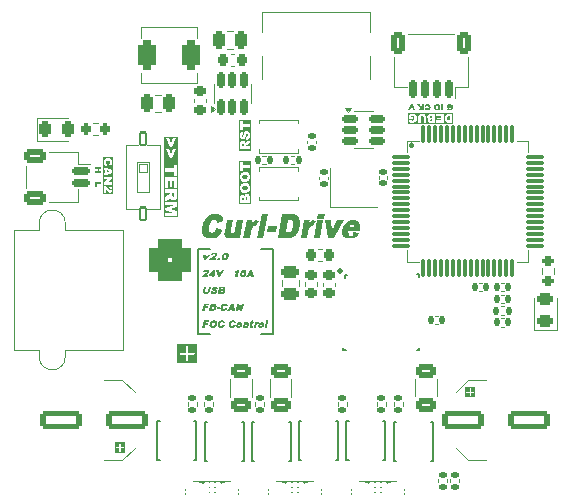
<source format=gto>
%TF.GenerationSoftware,KiCad,Pcbnew,8.0.7*%
%TF.CreationDate,2025-10-10T17:09:57-07:00*%
%TF.ProjectId,CurlDrive-2,4375726c-4472-4697-9665-2d322e6b6963,rev?*%
%TF.SameCoordinates,Original*%
%TF.FileFunction,Legend,Top*%
%TF.FilePolarity,Positive*%
%FSLAX46Y46*%
G04 Gerber Fmt 4.6, Leading zero omitted, Abs format (unit mm)*
G04 Created by KiCad (PCBNEW 8.0.7) date 2025-10-10 17:09:57*
%MOMM*%
%LPD*%
G01*
G04 APERTURE LIST*
G04 Aperture macros list*
%AMRoundRect*
0 Rectangle with rounded corners*
0 $1 Rounding radius*
0 $2 $3 $4 $5 $6 $7 $8 $9 X,Y pos of 4 corners*
0 Add a 4 corners polygon primitive as box body*
4,1,4,$2,$3,$4,$5,$6,$7,$8,$9,$2,$3,0*
0 Add four circle primitives for the rounded corners*
1,1,$1+$1,$2,$3*
1,1,$1+$1,$4,$5*
1,1,$1+$1,$6,$7*
1,1,$1+$1,$8,$9*
0 Add four rect primitives between the rounded corners*
20,1,$1+$1,$2,$3,$4,$5,0*
20,1,$1+$1,$4,$5,$6,$7,0*
20,1,$1+$1,$6,$7,$8,$9,0*
20,1,$1+$1,$8,$9,$2,$3,0*%
G04 Aperture macros list end*
%ADD10C,0.150000*%
%ADD11C,0.125000*%
%ADD12C,0.100000*%
%ADD13C,0.200000*%
%ADD14C,0.127000*%
%ADD15C,0.120000*%
%ADD16C,0.250000*%
%ADD17C,0.010000*%
%ADD18C,3.800000*%
%ADD19C,0.400000*%
%ADD20RoundRect,0.135000X0.185000X-0.135000X0.185000X0.135000X-0.185000X0.135000X-0.185000X-0.135000X0*%
%ADD21RoundRect,0.250000X0.625000X-0.312500X0.625000X0.312500X-0.625000X0.312500X-0.625000X-0.312500X0*%
%ADD22RoundRect,0.150000X-0.512500X-0.150000X0.512500X-0.150000X0.512500X0.150000X-0.512500X0.150000X0*%
%ADD23RoundRect,0.250000X1.500000X0.550000X-1.500000X0.550000X-1.500000X-0.550000X1.500000X-0.550000X0*%
%ADD24RoundRect,0.200000X-0.275000X0.200000X-0.275000X-0.200000X0.275000X-0.200000X0.275000X0.200000X0*%
%ADD25C,0.550000*%
%ADD26C,1.800000*%
%ADD27RoundRect,0.675000X1.575000X-1.575000X1.575000X1.575000X-1.575000X1.575000X-1.575000X-1.575000X0*%
%ADD28RoundRect,0.135000X0.135000X0.185000X-0.135000X0.185000X-0.135000X-0.185000X0.135000X-0.185000X0*%
%ADD29RoundRect,0.140000X-0.140000X-0.170000X0.140000X-0.170000X0.140000X0.170000X-0.140000X0.170000X0*%
%ADD30C,1.400000*%
%ADD31RoundRect,0.770000X0.980000X-0.980000X0.980000X0.980000X-0.980000X0.980000X-0.980000X-0.980000X0*%
%ADD32C,3.500000*%
%ADD33R,1.400000X1.200000*%
%ADD34RoundRect,0.375000X0.375000X0.875000X-0.375000X0.875000X-0.375000X-0.875000X0.375000X-0.875000X0*%
%ADD35RoundRect,0.140000X0.170000X-0.140000X0.170000X0.140000X-0.170000X0.140000X-0.170000X-0.140000X0*%
%ADD36RoundRect,0.243750X-0.243750X-0.456250X0.243750X-0.456250X0.243750X0.456250X-0.243750X0.456250X0*%
%ADD37RoundRect,0.200000X0.200000X0.275000X-0.200000X0.275000X-0.200000X-0.275000X0.200000X-0.275000X0*%
%ADD38RoundRect,0.150000X0.150000X-0.512500X0.150000X0.512500X-0.150000X0.512500X-0.150000X-0.512500X0*%
%ADD39RoundRect,0.150000X-0.625000X0.150000X-0.625000X-0.150000X0.625000X-0.150000X0.625000X0.150000X0*%
%ADD40RoundRect,0.250000X-0.650000X0.350000X-0.650000X-0.350000X0.650000X-0.350000X0.650000X0.350000X0*%
%ADD41RoundRect,0.225000X-0.250000X0.225000X-0.250000X-0.225000X0.250000X-0.225000X0.250000X0.225000X0*%
%ADD42RoundRect,0.225000X0.225000X0.250000X-0.225000X0.250000X-0.225000X-0.250000X0.225000X-0.250000X0*%
%ADD43RoundRect,0.135000X-0.185000X0.135000X-0.185000X-0.135000X0.185000X-0.135000X0.185000X0.135000X0*%
%ADD44C,0.650000*%
%ADD45R,0.600000X1.240000*%
%ADD46R,0.300000X1.240000*%
%ADD47O,1.000000X2.100000*%
%ADD48O,1.000000X1.800000*%
%ADD49RoundRect,0.243750X0.456250X-0.243750X0.456250X0.243750X-0.456250X0.243750X-0.456250X-0.243750X0*%
%ADD50RoundRect,0.250000X-0.250000X-0.475000X0.250000X-0.475000X0.250000X0.475000X-0.250000X0.475000X0*%
%ADD51RoundRect,0.250000X0.475000X-0.250000X0.475000X0.250000X-0.475000X0.250000X-0.475000X-0.250000X0*%
%ADD52RoundRect,0.250000X-1.500000X-0.550000X1.500000X-0.550000X1.500000X0.550000X-1.500000X0.550000X0*%
%ADD53R,0.900000X1.700000*%
%ADD54RoundRect,0.225000X0.250000X-0.225000X0.250000X0.225000X-0.250000X0.225000X-0.250000X-0.225000X0*%
%ADD55RoundRect,0.150000X0.150000X0.625000X-0.150000X0.625000X-0.150000X-0.625000X0.150000X-0.625000X0*%
%ADD56RoundRect,0.250000X0.350000X0.650000X-0.350000X0.650000X-0.350000X-0.650000X0.350000X-0.650000X0*%
%ADD57RoundRect,0.135000X-0.135000X-0.185000X0.135000X-0.185000X0.135000X0.185000X-0.135000X0.185000X0*%
%ADD58RoundRect,0.114000X0.266000X0.521000X-0.266000X0.521000X-0.266000X-0.521000X0.266000X-0.521000X0*%
%ADD59O,0.599999X0.230000*%
%ADD60O,0.230000X0.599999*%
%ADD61C,0.499999*%
%ADD62R,4.150000X4.150000*%
%ADD63RoundRect,0.075000X-0.700000X-0.075000X0.700000X-0.075000X0.700000X0.075000X-0.700000X0.075000X0*%
%ADD64RoundRect,0.075000X-0.075000X-0.700000X0.075000X-0.700000X0.075000X0.700000X-0.075000X0.700000X0*%
%ADD65RoundRect,0.140000X0.140000X0.170000X-0.140000X0.170000X-0.140000X-0.170000X0.140000X-0.170000X0*%
%ADD66RoundRect,0.250000X0.250000X0.475000X-0.250000X0.475000X-0.250000X-0.475000X0.250000X-0.475000X0*%
%ADD67RoundRect,0.140000X-0.170000X0.140000X-0.170000X-0.140000X0.170000X-0.140000X0.170000X0.140000X0*%
G04 APERTURE END LIST*
D10*
X141800000Y-96500000D02*
X141800000Y-103700000D01*
X141800000Y-103700000D02*
X142800000Y-103700000D01*
X148100000Y-96500000D02*
X148100000Y-103700000D01*
X147100000Y-96500000D02*
X148100000Y-96500000D01*
X148100000Y-103700000D02*
X147100000Y-103700000D01*
X142800000Y-96500000D02*
X141800000Y-96500000D01*
D11*
G36*
X145606015Y-87630976D02*
G01*
X145642688Y-87645017D01*
X145646009Y-87647765D01*
X145665549Y-87681946D01*
X145670744Y-87706575D01*
X145676295Y-87746622D01*
X145676295Y-87845296D01*
X145526233Y-87845296D01*
X145526233Y-87742128D01*
X145526401Y-87730161D01*
X145530440Y-87689884D01*
X145545381Y-87653614D01*
X145561959Y-87639683D01*
X145600092Y-87630753D01*
X145606015Y-87630976D01*
G37*
G36*
X146265394Y-88196599D02*
G01*
X145249765Y-88196599D01*
X145249765Y-87686636D01*
X145351159Y-87686636D01*
X145351159Y-87742128D01*
X145351159Y-88107710D01*
X146164000Y-88107710D01*
X146164000Y-87845296D01*
X145838863Y-87845296D01*
X145838863Y-87829469D01*
X145840918Y-87808223D01*
X145856254Y-87772023D01*
X145881746Y-87749320D01*
X145915849Y-87728841D01*
X146164000Y-87594214D01*
X146164000Y-87298778D01*
X145924837Y-87423830D01*
X145906057Y-87435195D01*
X145873448Y-87459588D01*
X145858159Y-87472105D01*
X145829289Y-87500425D01*
X145822882Y-87509816D01*
X145805646Y-87545952D01*
X145795700Y-87513818D01*
X145778096Y-87478541D01*
X145756969Y-87448560D01*
X145729498Y-87420518D01*
X145697593Y-87397648D01*
X145661256Y-87380850D01*
X145620486Y-87371024D01*
X145579575Y-87368143D01*
X145565090Y-87368483D01*
X145524108Y-87373584D01*
X145482922Y-87386429D01*
X145446316Y-87406831D01*
X145439589Y-87411737D01*
X145410028Y-87439080D01*
X145387260Y-87471118D01*
X145371285Y-87507850D01*
X145368848Y-87515853D01*
X145359827Y-87557098D01*
X145354481Y-87600949D01*
X145351867Y-87644868D01*
X145351159Y-87686636D01*
X145249765Y-87686636D01*
X145249765Y-86905059D01*
X145338654Y-86905059D01*
X145339427Y-86943502D01*
X145342394Y-86986184D01*
X145347588Y-87025101D01*
X145356459Y-87065746D01*
X145370308Y-87105924D01*
X145378603Y-87123769D01*
X145400058Y-87159745D01*
X145425376Y-87189941D01*
X145458040Y-87216713D01*
X145493673Y-87236187D01*
X145534500Y-87249278D01*
X145577035Y-87253642D01*
X145588895Y-87253359D01*
X145628311Y-87247908D01*
X145669375Y-87233183D01*
X145706188Y-87209397D01*
X145734914Y-87181151D01*
X145760474Y-87145528D01*
X145780477Y-87107820D01*
X145795803Y-87071338D01*
X145809908Y-87030257D01*
X145822792Y-86984578D01*
X145832220Y-86944724D01*
X145833553Y-86938639D01*
X145844339Y-86895048D01*
X145856737Y-86856810D01*
X145876575Y-86820062D01*
X145889537Y-86807783D01*
X145926595Y-86794661D01*
X145945984Y-86797847D01*
X145978766Y-86821625D01*
X145980160Y-86823322D01*
X145997093Y-86859407D01*
X146001431Y-86899392D01*
X145996852Y-86939043D01*
X145981236Y-86975519D01*
X145954537Y-87004514D01*
X145940296Y-87013663D01*
X145902276Y-87027864D01*
X145863483Y-87035191D01*
X145879115Y-87284319D01*
X145903583Y-87281618D01*
X145942386Y-87274390D01*
X145985688Y-87261222D01*
X146025431Y-87243149D01*
X146061617Y-87220171D01*
X146094244Y-87192288D01*
X146122200Y-87157481D01*
X146141078Y-87121643D01*
X146155939Y-87079595D01*
X146164937Y-87041484D01*
X146171363Y-86999397D01*
X146175219Y-86953336D01*
X146176505Y-86903300D01*
X146175974Y-86874327D01*
X146173185Y-86833225D01*
X146166909Y-86788851D01*
X146157381Y-86748328D01*
X146142506Y-86706733D01*
X146123394Y-86669706D01*
X146100252Y-86636978D01*
X146073080Y-86608548D01*
X146041878Y-86584417D01*
X146020761Y-86571751D01*
X145981259Y-86554363D01*
X145939840Y-86543931D01*
X145896505Y-86540453D01*
X145888153Y-86540582D01*
X145847907Y-86545097D01*
X145810179Y-86556061D01*
X145774969Y-86573475D01*
X145761670Y-86582338D01*
X145730881Y-86609811D01*
X145706172Y-86641030D01*
X145684307Y-86678401D01*
X145672997Y-86703067D01*
X145657324Y-86745180D01*
X145644039Y-86788317D01*
X145633072Y-86829229D01*
X145622202Y-86874653D01*
X145613574Y-86914242D01*
X145612742Y-86918201D01*
X145602585Y-86958446D01*
X145585828Y-86994745D01*
X145556714Y-87010767D01*
X145552486Y-87010592D01*
X145517635Y-86990837D01*
X145506415Y-86969321D01*
X145501222Y-86929678D01*
X145501244Y-86926537D01*
X145506159Y-86887171D01*
X145523692Y-86850934D01*
X145528196Y-86845820D01*
X145562017Y-86823997D01*
X145601655Y-86813028D01*
X145587586Y-86566050D01*
X145579355Y-86567152D01*
X145540392Y-86574613D01*
X145498459Y-86587848D01*
X145461788Y-86605754D01*
X145425656Y-86632548D01*
X145396686Y-86665701D01*
X145379968Y-86693389D01*
X145363646Y-86731362D01*
X145351405Y-86774516D01*
X145344321Y-86814433D01*
X145340071Y-86857947D01*
X145338654Y-86905059D01*
X145249765Y-86905059D01*
X145249765Y-86488869D01*
X145351159Y-86488869D01*
X145551243Y-86488869D01*
X145551243Y-86234856D01*
X146164000Y-86234856D01*
X146164000Y-85973419D01*
X145551243Y-85973419D01*
X145551243Y-85719602D01*
X145351159Y-85719602D01*
X145351159Y-86488869D01*
X145249765Y-86488869D01*
X145249765Y-85630713D01*
X146265394Y-85630713D01*
X146265394Y-88196599D01*
G37*
G36*
X145600163Y-92162444D02*
G01*
X145634872Y-92182350D01*
X145648576Y-92219414D01*
X145650046Y-92240969D01*
X145651285Y-92259140D01*
X145651285Y-92361136D01*
X145526233Y-92361136D01*
X145526233Y-92257382D01*
X145528513Y-92221368D01*
X145542450Y-92182350D01*
X145550135Y-92174204D01*
X145587196Y-92161443D01*
X145600163Y-92162444D01*
G37*
G36*
X145908973Y-92132480D02*
G01*
X145942813Y-92154018D01*
X145947759Y-92160710D01*
X145960948Y-92199203D01*
X145963916Y-92240382D01*
X145963916Y-92361136D01*
X145813853Y-92361136D01*
X145813853Y-92240969D01*
X145814028Y-92229478D01*
X145818232Y-92190387D01*
X145833783Y-92153823D01*
X145847480Y-92141046D01*
X145886344Y-92129594D01*
X145908973Y-92132480D01*
G37*
G36*
X145763394Y-91200269D02*
G01*
X145807527Y-91202753D01*
X145851827Y-91209420D01*
X145892976Y-91222007D01*
X145927182Y-91242504D01*
X145935981Y-91250726D01*
X145959062Y-91282600D01*
X145972526Y-91321343D01*
X145976421Y-91362085D01*
X145976224Y-91371342D01*
X145969332Y-91413962D01*
X145952594Y-91450477D01*
X145926009Y-91480885D01*
X145919446Y-91486161D01*
X145883432Y-91505692D01*
X145842518Y-91517267D01*
X145799846Y-91522926D01*
X145758166Y-91524458D01*
X145743606Y-91524286D01*
X145703125Y-91521710D01*
X145661958Y-91514798D01*
X145622900Y-91501746D01*
X145589150Y-91480494D01*
X145583045Y-91474888D01*
X145558430Y-91443537D01*
X145543661Y-91406653D01*
X145538738Y-91364234D01*
X145538932Y-91354881D01*
X145545717Y-91311826D01*
X145562196Y-91274953D01*
X145588368Y-91244262D01*
X145591528Y-91241546D01*
X145625226Y-91220975D01*
X145663120Y-91208556D01*
X145702408Y-91202216D01*
X145747419Y-91200103D01*
X145763394Y-91200269D01*
G37*
G36*
X145763394Y-90267847D02*
G01*
X145807527Y-90270332D01*
X145851827Y-90276998D01*
X145892976Y-90289586D01*
X145927182Y-90310082D01*
X145935981Y-90318305D01*
X145959062Y-90350179D01*
X145972526Y-90388922D01*
X145976421Y-90429664D01*
X145976224Y-90438920D01*
X145969332Y-90481541D01*
X145952594Y-90518055D01*
X145926009Y-90548463D01*
X145919446Y-90553740D01*
X145883432Y-90573271D01*
X145842518Y-90584845D01*
X145799846Y-90590504D01*
X145758166Y-90592036D01*
X145743606Y-90591865D01*
X145703125Y-90589289D01*
X145661958Y-90582376D01*
X145622900Y-90569325D01*
X145589150Y-90548073D01*
X145583045Y-90542466D01*
X145558430Y-90511116D01*
X145543661Y-90474231D01*
X145538738Y-90431813D01*
X145538932Y-90422460D01*
X145545717Y-90379405D01*
X145562196Y-90342532D01*
X145588368Y-90311841D01*
X145591528Y-90309124D01*
X145625226Y-90288554D01*
X145663120Y-90276134D01*
X145702408Y-90269795D01*
X145747419Y-90267682D01*
X145763394Y-90267847D01*
G37*
G36*
X146265394Y-92713612D02*
G01*
X145249765Y-92713612D01*
X145249765Y-92152455D01*
X145351159Y-92152455D01*
X145351159Y-92257382D01*
X145351159Y-92624723D01*
X146164000Y-92624723D01*
X146164000Y-92188798D01*
X146162406Y-92159901D01*
X146158145Y-92119461D01*
X146152667Y-92076447D01*
X146149713Y-92057027D01*
X146140444Y-92016883D01*
X146124530Y-91979531D01*
X146103201Y-91949100D01*
X146074758Y-91920651D01*
X146041096Y-91897465D01*
X146003168Y-91880445D01*
X145962192Y-91870490D01*
X145922297Y-91867570D01*
X145902406Y-91868233D01*
X145860800Y-91874568D01*
X145823553Y-91887611D01*
X145787279Y-91909971D01*
X145780682Y-91915347D01*
X145752026Y-91945252D01*
X145730582Y-91980194D01*
X145716351Y-92020173D01*
X145715549Y-92017799D01*
X145697109Y-91981730D01*
X145670238Y-91951199D01*
X145663811Y-91945615D01*
X145629361Y-91923099D01*
X145591057Y-91909589D01*
X145548898Y-91905086D01*
X145513439Y-91908162D01*
X145471669Y-91921157D01*
X145438146Y-91941246D01*
X145408019Y-91969371D01*
X145388696Y-91995394D01*
X145371205Y-92030599D01*
X145359155Y-92071021D01*
X145353158Y-92109822D01*
X145351159Y-92152455D01*
X145249765Y-92152455D01*
X145249765Y-91363648D01*
X145338654Y-91363648D01*
X145338675Y-91364234D01*
X145340385Y-91411969D01*
X145345578Y-91457572D01*
X145354234Y-91500458D01*
X145366351Y-91540627D01*
X145381931Y-91578078D01*
X145400973Y-91612813D01*
X145423477Y-91644830D01*
X145449443Y-91674130D01*
X145470981Y-91694103D01*
X145510284Y-91723027D01*
X145544789Y-91742237D01*
X145582018Y-91757954D01*
X145621970Y-91770178D01*
X145664645Y-91778910D01*
X145710044Y-91784149D01*
X145758166Y-91785895D01*
X145792848Y-91785016D01*
X145834140Y-91781444D01*
X145873143Y-91775124D01*
X145916923Y-91763913D01*
X145957407Y-91748746D01*
X145994593Y-91729622D01*
X146022906Y-91711136D01*
X146053607Y-91686736D01*
X146084911Y-91655213D01*
X146111352Y-91620399D01*
X146132932Y-91582294D01*
X146143144Y-91558847D01*
X146155910Y-91520928D01*
X146165612Y-91479712D01*
X146172250Y-91435199D01*
X146175441Y-91395586D01*
X146176505Y-91353683D01*
X146176060Y-91328647D01*
X146173342Y-91288653D01*
X146166818Y-91243520D01*
X146156736Y-91201505D01*
X146143096Y-91162608D01*
X146125898Y-91126830D01*
X146112568Y-91104644D01*
X146086215Y-91069065D01*
X146056009Y-91037618D01*
X146021951Y-91010305D01*
X145984041Y-90987123D01*
X145960490Y-90975766D01*
X145922210Y-90961570D01*
X145880385Y-90950780D01*
X145835015Y-90943398D01*
X145794499Y-90939849D01*
X145751522Y-90938666D01*
X145727460Y-90939098D01*
X145681359Y-90942561D01*
X145637957Y-90949485D01*
X145597254Y-90959871D01*
X145559250Y-90973720D01*
X145523944Y-90991031D01*
X145483608Y-91017538D01*
X145447489Y-91049454D01*
X145428039Y-91071008D01*
X145399874Y-91110564D01*
X145381168Y-91145478D01*
X145365863Y-91183299D01*
X145353959Y-91224027D01*
X145345456Y-91267661D01*
X145340355Y-91314201D01*
X145338654Y-91363648D01*
X145249765Y-91363648D01*
X145249765Y-90431227D01*
X145338654Y-90431227D01*
X145338675Y-90431813D01*
X145340385Y-90479547D01*
X145345578Y-90525150D01*
X145354234Y-90568036D01*
X145366351Y-90608205D01*
X145381931Y-90645657D01*
X145400973Y-90680391D01*
X145423477Y-90712408D01*
X145449443Y-90741708D01*
X145470981Y-90761682D01*
X145510284Y-90790606D01*
X145544789Y-90809815D01*
X145582018Y-90825532D01*
X145621970Y-90837757D01*
X145664645Y-90846488D01*
X145710044Y-90851727D01*
X145758166Y-90853474D01*
X145792848Y-90852595D01*
X145834140Y-90849022D01*
X145873143Y-90842703D01*
X145916923Y-90831492D01*
X145957407Y-90816324D01*
X145994593Y-90797200D01*
X146022906Y-90778714D01*
X146053607Y-90754314D01*
X146084911Y-90722792D01*
X146111352Y-90687978D01*
X146132932Y-90649873D01*
X146143144Y-90626426D01*
X146155910Y-90588507D01*
X146165612Y-90547291D01*
X146172250Y-90502778D01*
X146175441Y-90463165D01*
X146176505Y-90421262D01*
X146176060Y-90396226D01*
X146173342Y-90356232D01*
X146166818Y-90311098D01*
X146156736Y-90269083D01*
X146143096Y-90230187D01*
X146125898Y-90194409D01*
X146112568Y-90172222D01*
X146086215Y-90136643D01*
X146056009Y-90105197D01*
X146021951Y-90077883D01*
X145984041Y-90054702D01*
X145960490Y-90043345D01*
X145922210Y-90029148D01*
X145880385Y-90018359D01*
X145835015Y-90010976D01*
X145794499Y-90007427D01*
X145751522Y-90006244D01*
X145727460Y-90006677D01*
X145681359Y-90010139D01*
X145637957Y-90017063D01*
X145597254Y-90027450D01*
X145559250Y-90041298D01*
X145523944Y-90058609D01*
X145483608Y-90085116D01*
X145447489Y-90117033D01*
X145428039Y-90138586D01*
X145399874Y-90178142D01*
X145381168Y-90213057D01*
X145365863Y-90250878D01*
X145353959Y-90291605D01*
X145345456Y-90335239D01*
X145340355Y-90381780D01*
X145338654Y-90431227D01*
X145249765Y-90431227D01*
X145249765Y-89960522D01*
X145351159Y-89960522D01*
X145551243Y-89960522D01*
X145551243Y-89706509D01*
X146164000Y-89706509D01*
X146164000Y-89445072D01*
X145551243Y-89445072D01*
X145551243Y-89191255D01*
X145351159Y-89191255D01*
X145351159Y-89960522D01*
X145249765Y-89960522D01*
X145249765Y-89102366D01*
X146265394Y-89102366D01*
X146265394Y-92713612D01*
G37*
G36*
X161627725Y-85677046D02*
G01*
X161536939Y-85677046D01*
X161505428Y-85675050D01*
X161471287Y-85662855D01*
X161464159Y-85656131D01*
X161452993Y-85623703D01*
X161453869Y-85612357D01*
X161471287Y-85581986D01*
X161503717Y-85569995D01*
X161538478Y-85567625D01*
X161627725Y-85567625D01*
X161627725Y-85677046D01*
G37*
G36*
X161627725Y-85425378D02*
G01*
X161522578Y-85425378D01*
X161512524Y-85425224D01*
X161478319Y-85421546D01*
X161446325Y-85407939D01*
X161435146Y-85395954D01*
X161425125Y-85361948D01*
X161427650Y-85342148D01*
X161446496Y-85312538D01*
X161452352Y-85308210D01*
X161486033Y-85296669D01*
X161522065Y-85294073D01*
X161627725Y-85294073D01*
X161627725Y-85425378D01*
G37*
G36*
X163096186Y-85655161D02*
G01*
X163047288Y-85655161D01*
X163027469Y-85654563D01*
X162992271Y-85649776D01*
X162959749Y-85638668D01*
X162930174Y-85616864D01*
X162928018Y-85614415D01*
X162910219Y-85582612D01*
X162900910Y-85547600D01*
X162896357Y-85509988D01*
X162895125Y-85472565D01*
X162895140Y-85467577D01*
X162896369Y-85430853D01*
X162900670Y-85392912D01*
X162910854Y-85356819D01*
X162926875Y-85330209D01*
X162954110Y-85307921D01*
X162977583Y-85300037D01*
X163013836Y-85295168D01*
X163048314Y-85294073D01*
X163096186Y-85294073D01*
X163096186Y-85655161D01*
G37*
G36*
X163402722Y-85918955D02*
G01*
X159526175Y-85918955D01*
X159526175Y-85231498D01*
X159603953Y-85231498D01*
X159603953Y-85523856D01*
X159951364Y-85523856D01*
X159951364Y-85348783D01*
X159805697Y-85348783D01*
X159805697Y-85313050D01*
X159810525Y-85311118D01*
X159843012Y-85299458D01*
X159877334Y-85290140D01*
X159910801Y-85284883D01*
X159945893Y-85283131D01*
X159964013Y-85283823D01*
X160001013Y-85290439D01*
X160032793Y-85304060D01*
X160061981Y-85327412D01*
X160067012Y-85333206D01*
X160085635Y-85365165D01*
X160096670Y-85401656D01*
X160102066Y-85439827D01*
X160103527Y-85477182D01*
X160103487Y-85483316D01*
X160100963Y-85523301D01*
X160094511Y-85558115D01*
X160082329Y-85591572D01*
X160062494Y-85621138D01*
X160054553Y-85629174D01*
X160024499Y-85650252D01*
X159988936Y-85662547D01*
X159952219Y-85666103D01*
X159946472Y-85666030D01*
X159909989Y-85661402D01*
X159876308Y-85647297D01*
X159872671Y-85644864D01*
X159847956Y-85619540D01*
X159832711Y-85588825D01*
X159612159Y-85625413D01*
X159620741Y-85653380D01*
X159634146Y-85687323D01*
X159651909Y-85720936D01*
X159672512Y-85749708D01*
X159679998Y-85758306D01*
X159707513Y-85783817D01*
X159738969Y-85804487D01*
X159770648Y-85818951D01*
X159803817Y-85828675D01*
X159838870Y-85834904D01*
X159873395Y-85838550D01*
X159912055Y-85840634D01*
X159947431Y-85841177D01*
X159962540Y-85841043D01*
X159998615Y-85839532D01*
X160038710Y-85835505D01*
X160075319Y-85829062D01*
X160108442Y-85820202D01*
X160142679Y-85806812D01*
X160154172Y-85801093D01*
X160186544Y-85781989D01*
X160215754Y-85759964D01*
X160241802Y-85735018D01*
X160264688Y-85707150D01*
X160284413Y-85676362D01*
X160293060Y-85659976D01*
X160307802Y-85625635D01*
X160319142Y-85589202D01*
X160327081Y-85550678D01*
X160331617Y-85510062D01*
X160332798Y-85474617D01*
X160332626Y-85460972D01*
X160330041Y-85421189D01*
X160328087Y-85408110D01*
X160422386Y-85408110D01*
X160422386Y-85830235D01*
X160650631Y-85830235D01*
X160650631Y-85399048D01*
X160652087Y-85375824D01*
X160661360Y-85341760D01*
X160681064Y-85313050D01*
X160697680Y-85299961D01*
X160731017Y-85286666D01*
X160765352Y-85283131D01*
X160788059Y-85284587D01*
X160821619Y-85293859D01*
X160850324Y-85313563D01*
X160863563Y-85330383D01*
X160877010Y-85364186D01*
X160880586Y-85399048D01*
X160880586Y-85830235D01*
X161108831Y-85830235D01*
X161108831Y-85408110D01*
X161108513Y-85394795D01*
X161104936Y-85359453D01*
X161099353Y-85330489D01*
X161195854Y-85330489D01*
X161196434Y-85347894D01*
X161198574Y-85361948D01*
X161201977Y-85384299D01*
X161213390Y-85416890D01*
X161232955Y-85448630D01*
X161237659Y-85454402D01*
X161263826Y-85479476D01*
X161294400Y-85498240D01*
X161329382Y-85510692D01*
X161327304Y-85511394D01*
X161295744Y-85527529D01*
X161269030Y-85551041D01*
X161264144Y-85556665D01*
X161244442Y-85586808D01*
X161232621Y-85620324D01*
X161232260Y-85623703D01*
X161228681Y-85657213D01*
X161231372Y-85688240D01*
X161242743Y-85724789D01*
X161260321Y-85754121D01*
X161284930Y-85780482D01*
X161307700Y-85797390D01*
X161338505Y-85812695D01*
X161373874Y-85823238D01*
X161407824Y-85828486D01*
X161445129Y-85830235D01*
X161858363Y-85830235D01*
X161858363Y-85294073D01*
X161961287Y-85294073D01*
X162337250Y-85294073D01*
X162337250Y-85414436D01*
X161998217Y-85414436D01*
X161998217Y-85567625D01*
X162337250Y-85567625D01*
X162337250Y-85655161D01*
X161971887Y-85655161D01*
X161971887Y-85830235D01*
X162566521Y-85830235D01*
X162566521Y-85477011D01*
X162665341Y-85477011D01*
X162666184Y-85508299D01*
X162669211Y-85543196D01*
X162674439Y-85577173D01*
X162682951Y-85614300D01*
X162688935Y-85634214D01*
X162702399Y-85668104D01*
X162719325Y-85699478D01*
X162739713Y-85728337D01*
X162752462Y-85743165D01*
X162777997Y-85767036D01*
X162806858Y-85787283D01*
X162839047Y-85803905D01*
X162854624Y-85810076D01*
X162889224Y-85819950D01*
X162923268Y-85825889D01*
X162960830Y-85829309D01*
X162995826Y-85830235D01*
X163324944Y-85830235D01*
X163324944Y-85119000D01*
X162995826Y-85119000D01*
X162973296Y-85119679D01*
X162937721Y-85123245D01*
X162900008Y-85129867D01*
X162864692Y-85138319D01*
X162854659Y-85141229D01*
X162822148Y-85154533D01*
X162791073Y-85173380D01*
X162764333Y-85195081D01*
X162750248Y-85208931D01*
X162727420Y-85236342D01*
X162707837Y-85266946D01*
X162691500Y-85300741D01*
X162680056Y-85335351D01*
X162672724Y-85370807D01*
X162668432Y-85405040D01*
X162665980Y-85442819D01*
X162665424Y-85472565D01*
X162665341Y-85477011D01*
X162566521Y-85477011D01*
X162566521Y-85119000D01*
X161961287Y-85119000D01*
X161961287Y-85294073D01*
X161858363Y-85294073D01*
X161858363Y-85119000D01*
X161476929Y-85119000D01*
X161451644Y-85120394D01*
X161416259Y-85124122D01*
X161378621Y-85128916D01*
X161361629Y-85131500D01*
X161326503Y-85139611D01*
X161293820Y-85153535D01*
X161267193Y-85172199D01*
X161242300Y-85197086D01*
X161222013Y-85226540D01*
X161207120Y-85259727D01*
X161198409Y-85295581D01*
X161195854Y-85330489D01*
X161099353Y-85330489D01*
X161098320Y-85325132D01*
X161088485Y-85288431D01*
X161079541Y-85264604D01*
X161062231Y-85233509D01*
X161040956Y-85205681D01*
X161023164Y-85186896D01*
X160994834Y-85162966D01*
X160964532Y-85144132D01*
X160933528Y-85131019D01*
X160897878Y-85121300D01*
X160861437Y-85115409D01*
X160857600Y-85114957D01*
X160820274Y-85111224D01*
X160784851Y-85108926D01*
X160748084Y-85108057D01*
X160736942Y-85108150D01*
X160699513Y-85109937D01*
X160664522Y-85113999D01*
X160627518Y-85121425D01*
X160593698Y-85131822D01*
X160562017Y-85146429D01*
X160531386Y-85166975D01*
X160504452Y-85190807D01*
X160499240Y-85196140D01*
X160475825Y-85224427D01*
X160456818Y-85255418D01*
X160442219Y-85289115D01*
X160438674Y-85299718D01*
X160429378Y-85335889D01*
X160423955Y-85373329D01*
X160422386Y-85408110D01*
X160328087Y-85408110D01*
X160324355Y-85383137D01*
X160315567Y-85346817D01*
X160303678Y-85312228D01*
X160288688Y-85279369D01*
X160273969Y-85253789D01*
X160253981Y-85225803D01*
X160227457Y-85196891D01*
X160197480Y-85172004D01*
X160164050Y-85151142D01*
X160137755Y-85138730D01*
X160103213Y-85126612D01*
X160065414Y-85117524D01*
X160031426Y-85112265D01*
X159995176Y-85109109D01*
X159956664Y-85108057D01*
X159925180Y-85108679D01*
X159889197Y-85111068D01*
X159849692Y-85116118D01*
X159812855Y-85123606D01*
X159778684Y-85133532D01*
X159764366Y-85138751D01*
X159729296Y-85154118D01*
X159697388Y-85170846D01*
X159663772Y-85190856D01*
X159634455Y-85210037D01*
X159603953Y-85231498D01*
X159526175Y-85231498D01*
X159526175Y-85030279D01*
X163402722Y-85030279D01*
X163402722Y-85918955D01*
G37*
D12*
G36*
X142206685Y-97022811D02*
G01*
X142417662Y-97022811D01*
X142445701Y-97290257D01*
X142606413Y-97022811D01*
X142813115Y-97022811D01*
X142487076Y-97473000D01*
X142309951Y-97473000D01*
X142206685Y-97022811D01*
G37*
G36*
X143308586Y-97473000D02*
G01*
X142721817Y-97473000D01*
X142734568Y-97442601D01*
X142749867Y-97413284D01*
X142767715Y-97385050D01*
X142788111Y-97357897D01*
X142811056Y-97331826D01*
X142819270Y-97323376D01*
X142842481Y-97301841D01*
X142870224Y-97279275D01*
X142902500Y-97255679D01*
X142931585Y-97236060D01*
X142963571Y-97215782D01*
X142998459Y-97194844D01*
X143036247Y-97173247D01*
X143046147Y-97167745D01*
X143080016Y-97148564D01*
X143109171Y-97131248D01*
X143137230Y-97113403D01*
X143163882Y-97094190D01*
X143172323Y-97086998D01*
X143193655Y-97063821D01*
X143207714Y-97036000D01*
X143205779Y-97006392D01*
X143196772Y-96993502D01*
X143166064Y-96977634D01*
X143147191Y-96975916D01*
X143112486Y-96981500D01*
X143085471Y-96995700D01*
X143062881Y-97019659D01*
X143046602Y-97047810D01*
X143036915Y-97069999D01*
X142837051Y-97055198D01*
X142849050Y-97027530D01*
X142863885Y-96998519D01*
X142881941Y-96969675D01*
X142901173Y-96945429D01*
X142908688Y-96937521D01*
X142933103Y-96916266D01*
X142960764Y-96898001D01*
X142991671Y-96882726D01*
X143010244Y-96875533D01*
X143043070Y-96866108D01*
X143080512Y-96859376D01*
X143117061Y-96855694D01*
X143157144Y-96854075D01*
X143169246Y-96853990D01*
X143205855Y-96854712D01*
X143244189Y-96857376D01*
X143282230Y-96862826D01*
X143317669Y-96872022D01*
X143324487Y-96874507D01*
X143354673Y-96889399D01*
X143381091Y-96910772D01*
X143400397Y-96937375D01*
X143411946Y-96967787D01*
X143415151Y-96997509D01*
X143411411Y-97029205D01*
X143410655Y-97032483D01*
X143400274Y-97063154D01*
X143384130Y-97093014D01*
X143364944Y-97118875D01*
X143347568Y-97137849D01*
X143322873Y-97160218D01*
X143296927Y-97180095D01*
X143266569Y-97200620D01*
X143237901Y-97218221D01*
X143206169Y-97236272D01*
X143185659Y-97247319D01*
X143155290Y-97263238D01*
X143124963Y-97279478D01*
X143096755Y-97295386D01*
X143068235Y-97313400D01*
X143054354Y-97322937D01*
X143345003Y-97322937D01*
X143308586Y-97473000D01*
G37*
G36*
X143451859Y-97294800D02*
G01*
X143667623Y-97294800D01*
X143624368Y-97473000D01*
X143408604Y-97473000D01*
X143451859Y-97294800D01*
G37*
G36*
X144194426Y-96855208D02*
G01*
X144230844Y-96859415D01*
X144264540Y-96867514D01*
X144269951Y-96869378D01*
X144301213Y-96883333D01*
X144327748Y-96901878D01*
X144335432Y-96909385D01*
X144355265Y-96934627D01*
X144368600Y-96961115D01*
X144376636Y-96990278D01*
X144380132Y-97021611D01*
X144380226Y-97023837D01*
X144380508Y-97053667D01*
X144378810Y-97084044D01*
X144375132Y-97114968D01*
X144369474Y-97146438D01*
X144365352Y-97164667D01*
X144357532Y-97194674D01*
X144348945Y-97223146D01*
X144336304Y-97258720D01*
X144322300Y-97291564D01*
X144306934Y-97321680D01*
X144290206Y-97349065D01*
X144267380Y-97379459D01*
X144242424Y-97405588D01*
X144214639Y-97427711D01*
X144183213Y-97446083D01*
X144148147Y-97460706D01*
X144109442Y-97471580D01*
X144075857Y-97477579D01*
X144039943Y-97481179D01*
X144001699Y-97482378D01*
X143964834Y-97481193D01*
X143927312Y-97476937D01*
X143890974Y-97468447D01*
X143863897Y-97457612D01*
X143835627Y-97439809D01*
X143812365Y-97417541D01*
X143794113Y-97390808D01*
X143791064Y-97384926D01*
X143780437Y-97356047D01*
X143775328Y-97326818D01*
X143773642Y-97296498D01*
X143773625Y-97292979D01*
X143972267Y-97292979D01*
X143976053Y-97321032D01*
X143992243Y-97347979D01*
X144023648Y-97360298D01*
X144028541Y-97360452D01*
X144063042Y-97353195D01*
X144080174Y-97343600D01*
X144103340Y-97321581D01*
X144121227Y-97293840D01*
X144123600Y-97289231D01*
X144135528Y-97261562D01*
X144145167Y-97233347D01*
X144153670Y-97204227D01*
X144162240Y-97170969D01*
X144170156Y-97136123D01*
X144176061Y-97105135D01*
X144180491Y-97073040D01*
X144181997Y-97042615D01*
X144178140Y-97014605D01*
X144161460Y-96988158D01*
X144128291Y-96976068D01*
X144123087Y-96975916D01*
X144089312Y-96982568D01*
X144060221Y-97002521D01*
X144048374Y-97016217D01*
X144031677Y-97044565D01*
X144019009Y-97074468D01*
X144008373Y-97105569D01*
X143999665Y-97135344D01*
X143991099Y-97168624D01*
X143983518Y-97202098D01*
X143977875Y-97231994D01*
X143973660Y-97263146D01*
X143972267Y-97292979D01*
X143773625Y-97292979D01*
X143773625Y-97292895D01*
X143774757Y-97263073D01*
X143777984Y-97231785D01*
X143783306Y-97199032D01*
X143789680Y-97169171D01*
X143790722Y-97164814D01*
X143798957Y-97133432D01*
X143808018Y-97103859D01*
X143821386Y-97067241D01*
X143836223Y-97033838D01*
X143852529Y-97003649D01*
X143870305Y-96976676D01*
X143894591Y-96947479D01*
X143921172Y-96923307D01*
X143950369Y-96903338D01*
X143982397Y-96886753D01*
X144017255Y-96873553D01*
X144054943Y-96863738D01*
X144095460Y-96857307D01*
X144129912Y-96854600D01*
X144156939Y-96853990D01*
X144194426Y-96855208D01*
G37*
G36*
X163099912Y-84449131D02*
G01*
X163099912Y-84574183D01*
X162851761Y-84574183D01*
X162851761Y-84365355D01*
X162873548Y-84350026D01*
X162894489Y-84336325D01*
X162918500Y-84322033D01*
X162941292Y-84310084D01*
X162966341Y-84299108D01*
X162976569Y-84295380D01*
X163000976Y-84288290D01*
X163027289Y-84282941D01*
X163055506Y-84279334D01*
X163081209Y-84277628D01*
X163103697Y-84277184D01*
X163131206Y-84277935D01*
X163157099Y-84280189D01*
X163181376Y-84283946D01*
X163208376Y-84290437D01*
X163233048Y-84299093D01*
X163251831Y-84307958D01*
X163275709Y-84322860D01*
X163297121Y-84340636D01*
X163316067Y-84361288D01*
X163330344Y-84381278D01*
X163340857Y-84399549D01*
X163351565Y-84423020D01*
X163360057Y-84447726D01*
X163366334Y-84473669D01*
X163370395Y-84500849D01*
X163372241Y-84529265D01*
X163372364Y-84539012D01*
X163371521Y-84564330D01*
X163368281Y-84593341D01*
X163362611Y-84620858D01*
X163354511Y-84646882D01*
X163343980Y-84671411D01*
X163337804Y-84683115D01*
X163323715Y-84705107D01*
X163307367Y-84725013D01*
X163288761Y-84742831D01*
X163267897Y-84758563D01*
X163244775Y-84772209D01*
X163236565Y-84776294D01*
X163212110Y-84785858D01*
X163188451Y-84792187D01*
X163162302Y-84796789D01*
X163133663Y-84799666D01*
X163107894Y-84800745D01*
X163097103Y-84800840D01*
X163071834Y-84800453D01*
X163044219Y-84798964D01*
X163019559Y-84796360D01*
X162994521Y-84791910D01*
X162970829Y-84784965D01*
X162948201Y-84774634D01*
X162925733Y-84759869D01*
X162906079Y-84741647D01*
X162900732Y-84735505D01*
X162886015Y-84714954D01*
X162873327Y-84690945D01*
X162863752Y-84666700D01*
X162857623Y-84646723D01*
X163015159Y-84620589D01*
X163026049Y-84642528D01*
X163043703Y-84660617D01*
X163046300Y-84662355D01*
X163070358Y-84672430D01*
X163096418Y-84675736D01*
X163100522Y-84675788D01*
X163126749Y-84673247D01*
X163152151Y-84664465D01*
X163173618Y-84649410D01*
X163179290Y-84643670D01*
X163193458Y-84622551D01*
X163202160Y-84598654D01*
X163206768Y-84573786D01*
X163208571Y-84545225D01*
X163208600Y-84540844D01*
X163207556Y-84514162D01*
X163203702Y-84486897D01*
X163195819Y-84460832D01*
X163182518Y-84438004D01*
X163178924Y-84433866D01*
X163158075Y-84417186D01*
X163135375Y-84407456D01*
X163108947Y-84402730D01*
X163096004Y-84402236D01*
X163070938Y-84403488D01*
X163047033Y-84407243D01*
X163022517Y-84413899D01*
X162999313Y-84422227D01*
X162995864Y-84423607D01*
X162995864Y-84449131D01*
X163099912Y-84449131D01*
G37*
G36*
X162530581Y-84793025D02*
G01*
X162366939Y-84793025D01*
X162366939Y-84285000D01*
X162530581Y-84285000D01*
X162530581Y-84793025D01*
G37*
G36*
X162040319Y-84277849D02*
G01*
X162065078Y-84279843D01*
X162092898Y-84283992D01*
X162118658Y-84290056D01*
X162142357Y-84298034D01*
X162157012Y-84304417D01*
X162180828Y-84317904D01*
X162202586Y-84334430D01*
X162222288Y-84353995D01*
X162237538Y-84373183D01*
X162249092Y-84390879D01*
X162261044Y-84414120D01*
X162270524Y-84439422D01*
X162277531Y-84466785D01*
X162281480Y-84491161D01*
X162283713Y-84516969D01*
X162284263Y-84538646D01*
X162283171Y-84568722D01*
X162279897Y-84597096D01*
X162274439Y-84623768D01*
X162266799Y-84648738D01*
X162256976Y-84672006D01*
X162244970Y-84693572D01*
X162226893Y-84718136D01*
X162214409Y-84731598D01*
X162196097Y-84747826D01*
X162176086Y-84761891D01*
X162154377Y-84773792D01*
X162130970Y-84783530D01*
X162105864Y-84791103D01*
X162079060Y-84796513D01*
X162050558Y-84799758D01*
X162020358Y-84800840D01*
X161989454Y-84799778D01*
X161960366Y-84796589D01*
X161933095Y-84791275D01*
X161907640Y-84783835D01*
X161884002Y-84774269D01*
X161862180Y-84762578D01*
X161837458Y-84744975D01*
X161823987Y-84732819D01*
X161804039Y-84710244D01*
X161787472Y-84685034D01*
X161776653Y-84662968D01*
X161767998Y-84639216D01*
X161761506Y-84613776D01*
X161757178Y-84586650D01*
X161755015Y-84557837D01*
X161754790Y-84545362D01*
X161918143Y-84545362D01*
X161919463Y-84573494D01*
X161923425Y-84598049D01*
X161931188Y-84621733D01*
X161944044Y-84642794D01*
X161945742Y-84644769D01*
X161964924Y-84661127D01*
X161987969Y-84671426D01*
X162014879Y-84675667D01*
X162020725Y-84675788D01*
X162047236Y-84672711D01*
X162070289Y-84663481D01*
X162089883Y-84648096D01*
X162093387Y-84644281D01*
X162106669Y-84623187D01*
X162114827Y-84598776D01*
X162119147Y-84573046D01*
X162120757Y-84547745D01*
X162120864Y-84538646D01*
X162119907Y-84512595D01*
X162116370Y-84485925D01*
X162109136Y-84460354D01*
X162096929Y-84437845D01*
X162093631Y-84433743D01*
X162074626Y-84417128D01*
X162051804Y-84406667D01*
X162025167Y-84402359D01*
X162019381Y-84402236D01*
X161993917Y-84404670D01*
X161969703Y-84413085D01*
X161949782Y-84427511D01*
X161944643Y-84433011D01*
X161931833Y-84454389D01*
X161923965Y-84480107D01*
X161919799Y-84507795D01*
X161918246Y-84535378D01*
X161918143Y-84545362D01*
X161754790Y-84545362D01*
X161754744Y-84542798D01*
X161755483Y-84515937D01*
X161757702Y-84490615D01*
X161762316Y-84462259D01*
X161769059Y-84436118D01*
X161777932Y-84412193D01*
X161785030Y-84397473D01*
X161799518Y-84373780D01*
X161816590Y-84352494D01*
X161836244Y-84333615D01*
X161858480Y-84317144D01*
X161872347Y-84308813D01*
X161894708Y-84298064D01*
X161919018Y-84289539D01*
X161945278Y-84283238D01*
X161973486Y-84279161D01*
X161998483Y-84277462D01*
X162014130Y-84277184D01*
X162040319Y-84277849D01*
G37*
G36*
X161112263Y-84497002D02*
G01*
X160968404Y-84455359D01*
X160975605Y-84429661D01*
X160984279Y-84406101D01*
X160995995Y-84381796D01*
X161009635Y-84360283D01*
X161013345Y-84355341D01*
X161031393Y-84335063D01*
X161051740Y-84317779D01*
X161074386Y-84303490D01*
X161087961Y-84296845D01*
X161111744Y-84288243D01*
X161138519Y-84282099D01*
X161164402Y-84278739D01*
X161192575Y-84277261D01*
X161201046Y-84277184D01*
X161226228Y-84277771D01*
X161254518Y-84280027D01*
X161280704Y-84283974D01*
X161304787Y-84289612D01*
X161330225Y-84298328D01*
X161336967Y-84301242D01*
X161359411Y-84313508D01*
X161380477Y-84329258D01*
X161400164Y-84348490D01*
X161415940Y-84367747D01*
X161428314Y-84385750D01*
X161441345Y-84409636D01*
X161451681Y-84435867D01*
X161458234Y-84459517D01*
X161462915Y-84484794D01*
X161465723Y-84511700D01*
X161466660Y-84540233D01*
X161465604Y-84570657D01*
X161462439Y-84599279D01*
X161457163Y-84626100D01*
X161449776Y-84651120D01*
X161440279Y-84674338D01*
X161425441Y-84700828D01*
X161407304Y-84724503D01*
X161399126Y-84733185D01*
X161376628Y-84752676D01*
X161351416Y-84768863D01*
X161329293Y-84779434D01*
X161305433Y-84787891D01*
X161279837Y-84794233D01*
X161252505Y-84798462D01*
X161223436Y-84800576D01*
X161208251Y-84800840D01*
X161179139Y-84799880D01*
X161152025Y-84797000D01*
X161126908Y-84792200D01*
X161099405Y-84783905D01*
X161074779Y-84772846D01*
X161056454Y-84761517D01*
X161036616Y-84745153D01*
X161018684Y-84725551D01*
X161002658Y-84702712D01*
X160990760Y-84681206D01*
X160980185Y-84657453D01*
X160972678Y-84636831D01*
X161117881Y-84604713D01*
X161126794Y-84628657D01*
X161133512Y-84640495D01*
X161151277Y-84658661D01*
X161164043Y-84666629D01*
X161188305Y-84674500D01*
X161204465Y-84675788D01*
X161231167Y-84672629D01*
X161254122Y-84663153D01*
X161273328Y-84647359D01*
X161282378Y-84635854D01*
X161293198Y-84613732D01*
X161299509Y-84587969D01*
X161302394Y-84560413D01*
X161302895Y-84540966D01*
X161302040Y-84512631D01*
X161299477Y-84487895D01*
X161294327Y-84463582D01*
X161284288Y-84439519D01*
X161278593Y-84431423D01*
X161259463Y-84414806D01*
X161235658Y-84405086D01*
X161209960Y-84402236D01*
X161185157Y-84404478D01*
X161160839Y-84413088D01*
X161145114Y-84425195D01*
X161130190Y-84446112D01*
X161120142Y-84469053D01*
X161112953Y-84493982D01*
X161112263Y-84497002D01*
G37*
G36*
X160903558Y-84793025D02*
G01*
X160740159Y-84793025D01*
X160740159Y-84610575D01*
X160582745Y-84793025D01*
X160364880Y-84793025D01*
X160552703Y-84600928D01*
X160359018Y-84285000D01*
X160559908Y-84285000D01*
X160664688Y-84485767D01*
X160740159Y-84406877D01*
X160740159Y-84285000D01*
X160903558Y-84285000D01*
X160903558Y-84793025D01*
G37*
G36*
X160139566Y-84793025D02*
G01*
X159968352Y-84793025D01*
X159857832Y-84442170D01*
X159749144Y-84793025D01*
X159582570Y-84793025D01*
X159772347Y-84285000D01*
X159946370Y-84285000D01*
X160139566Y-84793025D01*
G37*
D11*
G36*
X134317225Y-89949602D02*
G01*
X134093084Y-90020041D01*
X134093084Y-89879675D01*
X134317225Y-89949602D01*
G37*
G36*
X134608545Y-91841884D02*
G01*
X133719869Y-91841884D01*
X133719869Y-91764106D01*
X133808590Y-91764106D01*
X133983663Y-91764106D01*
X133983663Y-91466277D01*
X133992855Y-91476096D01*
X134015976Y-91503035D01*
X134031315Y-91523415D01*
X134051375Y-91551770D01*
X134072054Y-91581852D01*
X134093483Y-91611704D01*
X134118504Y-91643536D01*
X134142767Y-91671017D01*
X134170116Y-91697578D01*
X134200111Y-91720680D01*
X134218636Y-91731811D01*
X134252718Y-91747093D01*
X134287747Y-91756263D01*
X134323722Y-91759319D01*
X134331326Y-91759187D01*
X134367945Y-91754559D01*
X134402225Y-91743319D01*
X134434169Y-91725467D01*
X134443176Y-91718900D01*
X134469943Y-91693843D01*
X134491702Y-91663910D01*
X134507002Y-91632801D01*
X134513848Y-91613312D01*
X134522389Y-91577510D01*
X134527425Y-91541519D01*
X134529931Y-91507206D01*
X134530767Y-91469696D01*
X134530668Y-91457319D01*
X134529185Y-91422209D01*
X134525207Y-91385076D01*
X134517695Y-91347687D01*
X134505463Y-91312062D01*
X134502234Y-91305023D01*
X134483464Y-91272816D01*
X134460320Y-91245584D01*
X134432801Y-91223328D01*
X134402821Y-91207051D01*
X134370564Y-91195126D01*
X134333028Y-91185595D01*
X134295854Y-91179218D01*
X134278757Y-91386434D01*
X134301403Y-91390120D01*
X134335334Y-91399377D01*
X134365781Y-91417208D01*
X134382102Y-91441060D01*
X134388520Y-91474996D01*
X134385077Y-91500554D01*
X134367661Y-91530903D01*
X134350815Y-91544447D01*
X134317396Y-91553129D01*
X134288972Y-91547316D01*
X134258412Y-91529877D01*
X134233127Y-91506538D01*
X134210145Y-91480326D01*
X134186863Y-91451009D01*
X134164549Y-91421140D01*
X134139117Y-91387112D01*
X134114455Y-91355894D01*
X134090562Y-91327486D01*
X134067438Y-91301889D01*
X134039615Y-91273844D01*
X134012995Y-91250191D01*
X133982637Y-91227602D01*
X133972741Y-91221287D01*
X133942267Y-91204254D01*
X133910615Y-91190095D01*
X133877784Y-91178809D01*
X133843776Y-91170396D01*
X133808590Y-91164856D01*
X133808590Y-91764106D01*
X133719869Y-91764106D01*
X133719869Y-90612965D01*
X133808590Y-90612965D01*
X134188656Y-90612965D01*
X133808590Y-90868736D01*
X133808590Y-91082278D01*
X134519825Y-91082278D01*
X134519825Y-90866172D01*
X134137707Y-90866172D01*
X134519825Y-90609033D01*
X134519825Y-90397201D01*
X133808590Y-90397201D01*
X133808590Y-90612965D01*
X133719869Y-90612965D01*
X133719869Y-89795045D01*
X133808590Y-89795045D01*
X133928952Y-89829239D01*
X133928952Y-90020041D01*
X133928952Y-90069110D01*
X133808590Y-90103646D01*
X133808590Y-90343517D01*
X134519825Y-90074581D01*
X134519825Y-89829410D01*
X133808590Y-89560474D01*
X133808590Y-89795045D01*
X133719869Y-89795045D01*
X133719869Y-89218534D01*
X133797647Y-89218534D01*
X133797755Y-89230392D01*
X133799825Y-89269835D01*
X133804529Y-89306071D01*
X133813131Y-89343556D01*
X133825174Y-89376852D01*
X133834476Y-89395857D01*
X133854481Y-89427562D01*
X133878678Y-89456048D01*
X133907068Y-89481315D01*
X133913986Y-89486509D01*
X133944104Y-89505605D01*
X133978132Y-89522007D01*
X134011115Y-89534150D01*
X134047093Y-89544232D01*
X134105393Y-89342829D01*
X134101165Y-89341863D01*
X134066264Y-89331800D01*
X134034147Y-89317731D01*
X134004863Y-89296838D01*
X133987913Y-89274823D01*
X133975860Y-89240778D01*
X133972721Y-89206053D01*
X133976711Y-89170076D01*
X133990318Y-89136749D01*
X134013583Y-89109968D01*
X134024917Y-89101994D01*
X134058606Y-89087940D01*
X134092643Y-89080730D01*
X134127274Y-89077141D01*
X134166943Y-89075945D01*
X134194168Y-89076646D01*
X134232746Y-89080685D01*
X134268815Y-89089521D01*
X134299786Y-89104668D01*
X134315892Y-89117339D01*
X134338004Y-89144228D01*
X134351271Y-89176364D01*
X134355693Y-89213747D01*
X134353890Y-89236371D01*
X134342871Y-89270338D01*
X134331715Y-89288210D01*
X134306283Y-89313080D01*
X134289710Y-89322486D01*
X134256189Y-89334965D01*
X134301154Y-89538248D01*
X134330024Y-89527739D01*
X134363279Y-89512934D01*
X134393386Y-89496276D01*
X134425361Y-89473840D01*
X134452804Y-89448736D01*
X134475714Y-89420963D01*
X134491574Y-89395308D01*
X134507058Y-89360831D01*
X134518670Y-89322326D01*
X134525391Y-89287163D01*
X134529423Y-89249203D01*
X134530767Y-89208447D01*
X134530397Y-89187187D01*
X134527437Y-89146491D01*
X134521517Y-89108226D01*
X134512637Y-89072391D01*
X134500798Y-89038988D01*
X134485998Y-89008016D01*
X134463336Y-88972719D01*
X134436049Y-88941221D01*
X134423894Y-88929772D01*
X134390749Y-88904381D01*
X134353663Y-88883606D01*
X134321158Y-88870311D01*
X134286130Y-88859970D01*
X134248581Y-88852583D01*
X134208510Y-88848152D01*
X134165917Y-88846674D01*
X134125970Y-88847985D01*
X134088302Y-88851917D01*
X134052914Y-88858470D01*
X134019804Y-88867645D01*
X133983081Y-88882115D01*
X133949640Y-88900359D01*
X133924437Y-88917681D01*
X133897477Y-88939768D01*
X133870551Y-88967330D01*
X133848502Y-88996822D01*
X133831329Y-89028244D01*
X133827250Y-89037683D01*
X133815047Y-89073296D01*
X133807153Y-89107012D01*
X133801627Y-89143673D01*
X133798470Y-89183279D01*
X133797647Y-89218534D01*
X133719869Y-89218534D01*
X133719869Y-88768896D01*
X134608545Y-88768896D01*
X134608545Y-91841884D01*
G37*
D12*
G36*
X133593025Y-89577390D02*
G01*
X133593025Y-89740789D01*
X133421078Y-89740789D01*
X133421078Y-89902966D01*
X133593025Y-89902966D01*
X133593025Y-90066975D01*
X133085000Y-90066975D01*
X133085000Y-89902966D01*
X133288210Y-89902966D01*
X133288210Y-89740789D01*
X133085000Y-89740789D01*
X133085000Y-89577390D01*
X133593025Y-89577390D01*
G37*
G36*
X133593025Y-90859910D02*
G01*
X133593025Y-91023308D01*
X133217868Y-91023308D01*
X133217868Y-91266086D01*
X133085000Y-91266086D01*
X133085000Y-90859910D01*
X133593025Y-90859910D01*
G37*
G36*
X142623021Y-98904250D02*
G01*
X142120076Y-98904250D01*
X142131005Y-98873851D01*
X142144119Y-98844534D01*
X142159417Y-98816300D01*
X142176899Y-98789147D01*
X142196566Y-98763076D01*
X142203607Y-98754626D01*
X142223502Y-98733091D01*
X142247282Y-98710525D01*
X142274947Y-98686929D01*
X142299877Y-98667310D01*
X142327294Y-98647032D01*
X142357197Y-98626094D01*
X142389587Y-98604497D01*
X142398073Y-98598995D01*
X142427103Y-98579814D01*
X142452094Y-98562498D01*
X142476145Y-98544653D01*
X142498989Y-98525440D01*
X142506224Y-98518248D01*
X142524509Y-98495071D01*
X142536559Y-98467250D01*
X142534900Y-98437642D01*
X142527180Y-98424752D01*
X142500859Y-98408884D01*
X142484682Y-98407166D01*
X142454935Y-98412750D01*
X142431779Y-98426950D01*
X142412417Y-98450909D01*
X142398463Y-98479060D01*
X142390160Y-98501249D01*
X142218848Y-98486448D01*
X142229133Y-98458780D01*
X142241849Y-98429769D01*
X142257325Y-98400925D01*
X142273809Y-98376679D01*
X142280251Y-98368771D01*
X142301178Y-98347516D01*
X142324888Y-98329251D01*
X142351379Y-98313976D01*
X142367299Y-98306783D01*
X142395436Y-98297358D01*
X142427529Y-98290626D01*
X142458857Y-98286944D01*
X142493214Y-98285325D01*
X142503586Y-98285240D01*
X142534965Y-98285962D01*
X142567824Y-98288626D01*
X142600430Y-98294076D01*
X142630806Y-98303272D01*
X142636650Y-98305757D01*
X142662524Y-98320649D01*
X142685168Y-98342022D01*
X142701716Y-98368625D01*
X142711615Y-98399037D01*
X142714363Y-98428759D01*
X142711157Y-98460455D01*
X142710509Y-98463733D01*
X142701610Y-98494404D01*
X142687773Y-98524264D01*
X142671328Y-98550125D01*
X142656434Y-98569099D01*
X142635267Y-98591468D01*
X142613028Y-98611345D01*
X142587007Y-98631870D01*
X142562434Y-98649471D01*
X142535235Y-98667522D01*
X142517655Y-98678569D01*
X142491625Y-98694488D01*
X142465630Y-98710728D01*
X142441451Y-98726636D01*
X142417006Y-98744650D01*
X142405108Y-98754187D01*
X142654235Y-98754187D01*
X142623021Y-98904250D01*
G37*
G36*
X143180041Y-98651019D02*
G01*
X143254340Y-98651019D01*
X143223126Y-98801081D01*
X143148827Y-98801081D01*
X143127431Y-98904250D01*
X142974877Y-98904250D01*
X142996273Y-98801081D01*
X142697027Y-98801081D01*
X142727508Y-98654682D01*
X142731255Y-98651019D01*
X142885045Y-98651019D01*
X143027487Y-98651019D01*
X143062951Y-98480293D01*
X142885045Y-98651019D01*
X142731255Y-98651019D01*
X143105450Y-98285240D01*
X143256099Y-98285240D01*
X143180041Y-98651019D01*
G37*
G36*
X143345638Y-98294619D02*
G01*
X143546552Y-98294619D01*
X143588464Y-98715059D01*
X143803300Y-98294619D01*
X143999818Y-98294619D01*
X143650307Y-98904250D01*
X143445729Y-98904250D01*
X143345638Y-98294619D01*
G37*
G36*
X145256301Y-98285240D02*
G01*
X145127634Y-98904250D01*
X144951926Y-98904250D01*
X145033698Y-98510774D01*
X145007352Y-98527730D01*
X144979897Y-98543335D01*
X144953977Y-98556350D01*
X144925115Y-98568864D01*
X144894733Y-98580224D01*
X144864224Y-98590400D01*
X144843482Y-98596797D01*
X144874989Y-98445708D01*
X144907897Y-98434971D01*
X144938146Y-98423534D01*
X144965736Y-98411396D01*
X144994565Y-98396349D01*
X145019776Y-98380349D01*
X145045669Y-98360226D01*
X145069712Y-98337667D01*
X145091904Y-98312672D01*
X145109805Y-98288803D01*
X145112247Y-98285240D01*
X145256301Y-98285240D01*
G37*
G36*
X145715907Y-98286458D02*
G01*
X145747122Y-98290665D01*
X145776004Y-98298764D01*
X145780642Y-98300628D01*
X145807437Y-98314583D01*
X145830182Y-98333128D01*
X145836769Y-98340635D01*
X145853768Y-98365877D01*
X145865198Y-98392365D01*
X145872086Y-98421528D01*
X145875083Y-98452861D01*
X145875163Y-98455087D01*
X145875405Y-98484917D01*
X145873949Y-98515294D01*
X145870797Y-98546218D01*
X145865947Y-98577688D01*
X145862414Y-98595917D01*
X145855711Y-98625924D01*
X145848351Y-98654396D01*
X145837516Y-98689970D01*
X145825513Y-98722814D01*
X145812342Y-98752930D01*
X145798003Y-98780315D01*
X145778438Y-98810709D01*
X145757048Y-98836838D01*
X145733231Y-98858961D01*
X145706295Y-98877333D01*
X145676239Y-98891956D01*
X145643063Y-98902830D01*
X145614275Y-98908829D01*
X145583492Y-98912429D01*
X145550711Y-98913628D01*
X145519113Y-98912443D01*
X145486951Y-98908187D01*
X145455805Y-98899697D01*
X145432595Y-98888862D01*
X145408364Y-98871059D01*
X145388426Y-98848791D01*
X145372781Y-98822058D01*
X145370167Y-98816176D01*
X145361058Y-98787297D01*
X145356679Y-98758068D01*
X145355234Y-98727748D01*
X145355219Y-98724229D01*
X145525484Y-98724229D01*
X145528729Y-98752282D01*
X145542606Y-98779229D01*
X145569525Y-98791548D01*
X145573719Y-98791702D01*
X145603291Y-98784445D01*
X145617976Y-98774850D01*
X145637833Y-98752831D01*
X145653164Y-98725090D01*
X145655198Y-98720481D01*
X145665422Y-98692812D01*
X145673684Y-98664597D01*
X145680973Y-98635477D01*
X145688318Y-98602219D01*
X145695103Y-98567373D01*
X145700164Y-98536385D01*
X145703961Y-98504290D01*
X145705253Y-98473865D01*
X145701946Y-98445855D01*
X145687649Y-98419408D01*
X145659219Y-98407318D01*
X145654759Y-98407166D01*
X145625808Y-98413818D01*
X145600873Y-98433771D01*
X145590718Y-98447467D01*
X145576407Y-98475815D01*
X145565549Y-98505718D01*
X145556432Y-98536819D01*
X145548968Y-98566594D01*
X145541625Y-98599874D01*
X145535128Y-98633348D01*
X145530291Y-98663244D01*
X145526678Y-98694396D01*
X145525484Y-98724229D01*
X145355219Y-98724229D01*
X145355219Y-98724145D01*
X145356190Y-98694323D01*
X145358956Y-98663035D01*
X145363517Y-98630282D01*
X145368981Y-98600421D01*
X145369874Y-98596064D01*
X145376933Y-98564682D01*
X145384700Y-98535109D01*
X145396158Y-98498491D01*
X145408875Y-98465088D01*
X145422852Y-98434899D01*
X145438088Y-98407926D01*
X145458904Y-98378729D01*
X145481688Y-98354557D01*
X145506715Y-98334588D01*
X145534167Y-98318003D01*
X145564045Y-98304803D01*
X145596349Y-98294988D01*
X145631078Y-98288557D01*
X145660608Y-98285850D01*
X145683775Y-98285240D01*
X145715907Y-98286458D01*
G37*
G36*
X146487285Y-98904250D02*
G01*
X146286224Y-98904250D01*
X146278604Y-98801081D01*
X146077983Y-98801081D01*
X146027864Y-98904250D01*
X145830321Y-98904250D01*
X145971239Y-98660397D01*
X146149497Y-98660397D01*
X146267027Y-98660397D01*
X146247829Y-98468862D01*
X146149497Y-98660397D01*
X145971239Y-98660397D01*
X146182616Y-98294619D01*
X146388513Y-98294619D01*
X146487285Y-98904250D01*
G37*
G36*
X142287138Y-102588369D02*
G01*
X142748171Y-102588369D01*
X142716957Y-102738432D01*
X142448778Y-102738432D01*
X142431193Y-102822842D01*
X142660244Y-102822842D01*
X142632986Y-102954147D01*
X142403935Y-102954147D01*
X142353230Y-103198000D01*
X142160376Y-103198000D01*
X142287138Y-102588369D01*
G37*
G36*
X143170136Y-102580273D02*
G01*
X143203580Y-102584120D01*
X143234359Y-102590531D01*
X143262473Y-102599507D01*
X143293868Y-102614333D01*
X143321097Y-102633167D01*
X143344163Y-102656007D01*
X143348276Y-102661056D01*
X143366107Y-102688237D01*
X143379302Y-102718581D01*
X143387860Y-102752088D01*
X143391782Y-102788757D01*
X143391580Y-102820370D01*
X143388411Y-102854006D01*
X143382274Y-102889667D01*
X143374732Y-102921812D01*
X143365845Y-102952118D01*
X143355613Y-102980585D01*
X143341558Y-103012318D01*
X143325566Y-103041403D01*
X143310760Y-103063617D01*
X143291354Y-103088060D01*
X143270176Y-103110390D01*
X143247226Y-103130609D01*
X143222503Y-103148714D01*
X143196008Y-103164708D01*
X143186782Y-103169570D01*
X143157935Y-103182419D01*
X143127335Y-103192609D01*
X143094984Y-103200142D01*
X143060881Y-103205015D01*
X143031124Y-103207046D01*
X143012686Y-103207378D01*
X142982043Y-103206573D01*
X142947916Y-103203482D01*
X142916675Y-103198073D01*
X142888318Y-103190345D01*
X142858882Y-103178398D01*
X142851193Y-103174406D01*
X142826498Y-103158150D01*
X142804987Y-103138233D01*
X142786659Y-103114657D01*
X142771515Y-103087419D01*
X142764291Y-103070212D01*
X142754958Y-103037369D01*
X142750675Y-103006540D01*
X142749823Y-102973237D01*
X142750822Y-102957747D01*
X142943607Y-102957747D01*
X142945693Y-102988281D01*
X142955693Y-103017562D01*
X142957145Y-103019946D01*
X142979388Y-103042718D01*
X143007381Y-103054360D01*
X143035694Y-103057316D01*
X143066334Y-103054371D01*
X143097034Y-103044193D01*
X143124214Y-103026745D01*
X143131681Y-103020093D01*
X143152218Y-102994262D01*
X143166156Y-102967520D01*
X143176685Y-102939965D01*
X143185905Y-102908134D01*
X143191325Y-102884538D01*
X143196242Y-102855455D01*
X143198293Y-102825523D01*
X143195097Y-102793366D01*
X143183852Y-102765983D01*
X143163407Y-102744957D01*
X143135724Y-102732660D01*
X143104277Y-102729053D01*
X143072197Y-102732774D01*
X143042636Y-102743937D01*
X143018185Y-102760346D01*
X143010488Y-102767155D01*
X142989464Y-102792645D01*
X142973676Y-102822114D01*
X142962100Y-102853159D01*
X142953842Y-102883676D01*
X142951430Y-102894650D01*
X142946094Y-102925845D01*
X142943607Y-102957747D01*
X142750822Y-102957747D01*
X142751734Y-102943596D01*
X142756028Y-102912238D01*
X142759748Y-102892598D01*
X142768507Y-102856614D01*
X142779395Y-102822668D01*
X142792412Y-102790760D01*
X142807559Y-102760890D01*
X142824835Y-102733058D01*
X142844241Y-102707264D01*
X142865776Y-102683507D01*
X142889441Y-102661789D01*
X142914901Y-102642383D01*
X142941822Y-102625564D01*
X142970204Y-102611334D01*
X143000047Y-102599690D01*
X143031350Y-102590634D01*
X143064115Y-102584165D01*
X143098340Y-102580284D01*
X143134026Y-102578990D01*
X143170136Y-102580273D01*
G37*
G36*
X143865875Y-102943743D02*
G01*
X144025024Y-102993861D01*
X144012341Y-103020540D01*
X143996464Y-103049230D01*
X143979423Y-103075297D01*
X143961218Y-103098742D01*
X143947501Y-103113882D01*
X143924310Y-103135617D01*
X143899581Y-103154512D01*
X143873312Y-103170568D01*
X143845505Y-103183785D01*
X143815546Y-103194107D01*
X143786942Y-103200720D01*
X143756109Y-103205074D01*
X143723045Y-103207171D01*
X143708192Y-103207378D01*
X143678736Y-103206670D01*
X143646025Y-103203950D01*
X143616188Y-103199189D01*
X143585011Y-103191057D01*
X143557748Y-103180148D01*
X143554173Y-103178362D01*
X143527611Y-103161116D01*
X143504347Y-103138392D01*
X143486696Y-103114016D01*
X143471569Y-103085446D01*
X143467711Y-103076513D01*
X143458325Y-103047744D01*
X143452701Y-103016173D01*
X143450838Y-102981799D01*
X143452158Y-102951013D01*
X143456090Y-102918280D01*
X143461116Y-102890693D01*
X143469895Y-102854293D01*
X143480698Y-102820049D01*
X143493526Y-102787962D01*
X143508377Y-102758033D01*
X143525253Y-102730260D01*
X143544153Y-102704644D01*
X143565076Y-102681185D01*
X143588025Y-102659884D01*
X143612745Y-102640924D01*
X143638986Y-102624493D01*
X143666747Y-102610589D01*
X143696029Y-102599214D01*
X143726831Y-102590366D01*
X143759153Y-102584046D01*
X143792996Y-102580254D01*
X143828360Y-102578990D01*
X143862392Y-102580150D01*
X143893598Y-102583627D01*
X143927315Y-102590861D01*
X143956961Y-102601433D01*
X143986404Y-102617986D01*
X143997327Y-102626471D01*
X144019536Y-102649853D01*
X144037566Y-102678451D01*
X144049694Y-102707117D01*
X144058751Y-102739616D01*
X144063953Y-102769626D01*
X144064738Y-102775948D01*
X143886831Y-102814489D01*
X143882158Y-102785020D01*
X143877306Y-102770819D01*
X143859183Y-102747577D01*
X143848290Y-102739898D01*
X143819167Y-102730112D01*
X143803593Y-102729053D01*
X143771281Y-102732879D01*
X143741775Y-102744355D01*
X143715073Y-102763481D01*
X143701451Y-102777413D01*
X143683156Y-102804144D01*
X143670663Y-102831442D01*
X143661294Y-102859641D01*
X143653384Y-102891866D01*
X143647348Y-102925802D01*
X143644186Y-102955400D01*
X143644442Y-102988116D01*
X143651950Y-103018167D01*
X143654410Y-103022731D01*
X143676562Y-103045123D01*
X143705898Y-103055661D01*
X143726950Y-103057316D01*
X143756780Y-103054597D01*
X143785295Y-103045324D01*
X143809309Y-103029472D01*
X143830340Y-103006780D01*
X143848017Y-102979989D01*
X143862752Y-102950861D01*
X143865875Y-102943743D01*
G37*
G36*
X144799078Y-102943743D02*
G01*
X144958227Y-102993861D01*
X144945544Y-103020540D01*
X144929667Y-103049230D01*
X144912626Y-103075297D01*
X144894421Y-103098742D01*
X144880704Y-103113882D01*
X144857513Y-103135617D01*
X144832784Y-103154512D01*
X144806516Y-103170568D01*
X144778709Y-103183785D01*
X144748749Y-103194107D01*
X144720145Y-103200720D01*
X144689312Y-103205074D01*
X144656248Y-103207171D01*
X144641395Y-103207378D01*
X144611939Y-103206670D01*
X144579228Y-103203950D01*
X144549391Y-103199189D01*
X144518214Y-103191057D01*
X144490951Y-103180148D01*
X144487376Y-103178362D01*
X144460814Y-103161116D01*
X144437550Y-103138392D01*
X144419899Y-103114016D01*
X144404772Y-103085446D01*
X144400914Y-103076513D01*
X144391528Y-103047744D01*
X144385904Y-103016173D01*
X144384041Y-102981799D01*
X144385361Y-102951013D01*
X144389293Y-102918280D01*
X144394319Y-102890693D01*
X144403098Y-102854293D01*
X144413901Y-102820049D01*
X144426729Y-102787962D01*
X144441580Y-102758033D01*
X144458456Y-102730260D01*
X144477356Y-102704644D01*
X144498280Y-102681185D01*
X144521228Y-102659884D01*
X144545948Y-102640924D01*
X144572189Y-102624493D01*
X144599950Y-102610589D01*
X144629232Y-102599214D01*
X144660034Y-102590366D01*
X144692356Y-102584046D01*
X144726199Y-102580254D01*
X144761563Y-102578990D01*
X144795595Y-102580150D01*
X144826801Y-102583627D01*
X144860518Y-102590861D01*
X144890164Y-102601433D01*
X144919607Y-102617986D01*
X144930530Y-102626471D01*
X144952739Y-102649853D01*
X144970769Y-102678451D01*
X144982897Y-102707117D01*
X144991954Y-102739616D01*
X144997156Y-102769626D01*
X144997941Y-102775948D01*
X144820034Y-102814489D01*
X144815362Y-102785020D01*
X144810509Y-102770819D01*
X144792386Y-102747577D01*
X144781493Y-102739898D01*
X144752370Y-102730112D01*
X144736796Y-102729053D01*
X144704484Y-102732879D01*
X144674978Y-102744355D01*
X144648276Y-102763481D01*
X144634654Y-102777413D01*
X144616359Y-102804144D01*
X144603866Y-102831442D01*
X144594497Y-102859641D01*
X144586587Y-102891866D01*
X144580551Y-102925802D01*
X144577389Y-102955400D01*
X144577646Y-102988116D01*
X144585153Y-103018167D01*
X144587613Y-103022731D01*
X144609765Y-103045123D01*
X144639101Y-103055661D01*
X144660153Y-103057316D01*
X144689983Y-103054597D01*
X144718499Y-103045324D01*
X144742512Y-103029472D01*
X144763543Y-103006780D01*
X144781220Y-102979989D01*
X144795955Y-102950861D01*
X144799078Y-102943743D01*
G37*
G36*
X145349390Y-102739664D02*
G01*
X145385298Y-102744669D01*
X145417299Y-102753523D01*
X145445393Y-102766227D01*
X145469580Y-102782781D01*
X145493447Y-102807727D01*
X145500153Y-102817274D01*
X145515166Y-102846352D01*
X145524428Y-102878194D01*
X145527791Y-102907686D01*
X145526929Y-102939207D01*
X145521842Y-102972759D01*
X145513717Y-103004044D01*
X145502716Y-103033512D01*
X145488839Y-103061163D01*
X145472085Y-103086996D01*
X145452454Y-103111011D01*
X145429947Y-103133209D01*
X145420139Y-103141579D01*
X145394180Y-103160535D01*
X145366404Y-103176278D01*
X145336810Y-103188808D01*
X145305398Y-103198125D01*
X145272169Y-103204230D01*
X145237123Y-103207121D01*
X145222595Y-103207378D01*
X145191009Y-103206030D01*
X145161919Y-103201983D01*
X145130308Y-103193566D01*
X145102293Y-103181265D01*
X145074155Y-103162004D01*
X145063593Y-103152131D01*
X145041941Y-103124983D01*
X145026554Y-103094868D01*
X145017431Y-103061785D01*
X145014615Y-103031949D01*
X145015961Y-103003959D01*
X145189767Y-103003959D01*
X145190225Y-103034132D01*
X145198269Y-103058635D01*
X145219914Y-103079560D01*
X145246775Y-103085452D01*
X145276917Y-103079495D01*
X145302667Y-103063186D01*
X145307885Y-103058341D01*
X145326446Y-103033227D01*
X145338702Y-103004994D01*
X145347236Y-102973907D01*
X145348039Y-102970121D01*
X145352442Y-102940679D01*
X145351874Y-102911148D01*
X145343789Y-102887030D01*
X145322630Y-102866219D01*
X145296748Y-102860358D01*
X145266130Y-102866476D01*
X145239819Y-102883226D01*
X145234466Y-102888202D01*
X145215630Y-102913220D01*
X145203397Y-102940554D01*
X145195079Y-102970196D01*
X145194312Y-102973785D01*
X145189767Y-103003959D01*
X145015961Y-103003959D01*
X145016149Y-103000053D01*
X145020509Y-102973052D01*
X145028605Y-102942009D01*
X145039614Y-102912719D01*
X145053535Y-102885182D01*
X145070369Y-102859399D01*
X145090115Y-102835368D01*
X145112773Y-102813091D01*
X145122651Y-102804671D01*
X145148785Y-102785588D01*
X145176535Y-102769740D01*
X145205903Y-102757126D01*
X145236888Y-102747747D01*
X145269490Y-102741602D01*
X145303710Y-102738691D01*
X145317850Y-102738432D01*
X145349390Y-102739664D01*
G37*
G36*
X145647138Y-102747811D02*
G01*
X145809511Y-102747811D01*
X145796762Y-102809507D01*
X145820143Y-102788567D01*
X145845153Y-102770882D01*
X145869302Y-102757630D01*
X145898091Y-102746700D01*
X145929651Y-102740307D01*
X145960746Y-102738432D01*
X145993463Y-102741152D01*
X146024400Y-102750716D01*
X146049125Y-102767165D01*
X146062156Y-102781956D01*
X146075713Y-102810044D01*
X146081186Y-102841063D01*
X146080895Y-102872879D01*
X146076873Y-102903621D01*
X146074759Y-102914580D01*
X146015847Y-103198000D01*
X145841605Y-103198000D01*
X145893189Y-102949458D01*
X145896935Y-102919465D01*
X145891284Y-102894503D01*
X145865371Y-102879657D01*
X145856699Y-102879116D01*
X145827137Y-102886118D01*
X145806580Y-102901244D01*
X145789025Y-102927619D01*
X145777947Y-102958181D01*
X145772142Y-102982138D01*
X145727299Y-103198000D01*
X145553642Y-103198000D01*
X145647138Y-102747811D01*
G37*
G36*
X146448450Y-102584999D02*
G01*
X146414452Y-102747811D01*
X146504724Y-102747811D01*
X146477466Y-102879116D01*
X146387194Y-102879116D01*
X146354221Y-103037678D01*
X146350380Y-103066883D01*
X146351290Y-103074022D01*
X146372100Y-103085452D01*
X146401056Y-103080854D01*
X146430572Y-103072410D01*
X146418702Y-103193750D01*
X146389832Y-103199060D01*
X146358522Y-103203532D01*
X146329007Y-103206300D01*
X146297948Y-103207378D01*
X146265484Y-103206034D01*
X146236020Y-103201386D01*
X146208115Y-103190379D01*
X146186024Y-103168874D01*
X146174163Y-103140793D01*
X146173677Y-103138648D01*
X146171417Y-103107022D01*
X146173969Y-103075837D01*
X146179292Y-103042745D01*
X146182030Y-103029032D01*
X146213098Y-102879116D01*
X146152868Y-102879116D01*
X146180125Y-102747811D01*
X146240355Y-102747811D01*
X146256182Y-102672340D01*
X146448450Y-102584999D01*
G37*
G36*
X146581367Y-102747811D02*
G01*
X146744619Y-102747811D01*
X146733189Y-102803059D01*
X146753150Y-102778870D01*
X146777041Y-102759061D01*
X146780523Y-102756750D01*
X146808745Y-102743602D01*
X146838165Y-102738593D01*
X146844856Y-102738432D01*
X146876354Y-102742689D01*
X146904592Y-102752940D01*
X146926043Y-102764224D01*
X146845443Y-102892891D01*
X146818107Y-102882143D01*
X146800307Y-102879116D01*
X146770547Y-102886395D01*
X146748136Y-102904908D01*
X146730683Y-102931308D01*
X146718278Y-102959167D01*
X146708460Y-102988147D01*
X146699394Y-103021836D01*
X146693768Y-103046911D01*
X146662407Y-103198000D01*
X146487871Y-103198000D01*
X146581367Y-102747811D01*
G37*
G36*
X147221071Y-102739664D02*
G01*
X147256979Y-102744669D01*
X147288980Y-102753523D01*
X147317075Y-102766227D01*
X147341262Y-102782781D01*
X147365129Y-102807727D01*
X147371835Y-102817274D01*
X147386847Y-102846352D01*
X147396110Y-102878194D01*
X147399472Y-102907686D01*
X147398610Y-102939207D01*
X147393524Y-102972759D01*
X147385399Y-103004044D01*
X147374398Y-103033512D01*
X147360521Y-103061163D01*
X147343767Y-103086996D01*
X147324136Y-103111011D01*
X147301629Y-103133209D01*
X147291821Y-103141579D01*
X147265862Y-103160535D01*
X147238086Y-103176278D01*
X147208492Y-103188808D01*
X147177080Y-103198125D01*
X147143851Y-103204230D01*
X147108805Y-103207121D01*
X147094277Y-103207378D01*
X147062690Y-103206030D01*
X147033601Y-103201983D01*
X147001990Y-103193566D01*
X146973975Y-103181265D01*
X146945836Y-103162004D01*
X146935275Y-103152131D01*
X146913623Y-103124983D01*
X146898236Y-103094868D01*
X146889113Y-103061785D01*
X146886297Y-103031949D01*
X146887643Y-103003959D01*
X147061449Y-103003959D01*
X147061907Y-103034132D01*
X147069951Y-103058635D01*
X147091596Y-103079560D01*
X147118457Y-103085452D01*
X147148599Y-103079495D01*
X147174348Y-103063186D01*
X147179567Y-103058341D01*
X147198128Y-103033227D01*
X147210384Y-103004994D01*
X147218918Y-102973907D01*
X147219720Y-102970121D01*
X147224124Y-102940679D01*
X147223556Y-102911148D01*
X147215471Y-102887030D01*
X147194312Y-102866219D01*
X147168429Y-102860358D01*
X147137811Y-102866476D01*
X147111501Y-102883226D01*
X147106147Y-102888202D01*
X147087312Y-102913220D01*
X147075079Y-102940554D01*
X147066761Y-102970196D01*
X147065994Y-102973785D01*
X147061449Y-103003959D01*
X146887643Y-103003959D01*
X146887831Y-103000053D01*
X146892191Y-102973052D01*
X146900287Y-102942009D01*
X146911296Y-102912719D01*
X146925217Y-102885182D01*
X146942051Y-102859399D01*
X146961796Y-102835368D01*
X146984454Y-102813091D01*
X146994333Y-102804671D01*
X147020467Y-102785588D01*
X147048217Y-102769740D01*
X147077585Y-102757126D01*
X147108570Y-102747747D01*
X147141172Y-102741602D01*
X147175391Y-102738691D01*
X147189532Y-102738432D01*
X147221071Y-102739664D01*
G37*
G36*
X147564836Y-102588369D02*
G01*
X147738785Y-102588369D01*
X147612023Y-103198000D01*
X147438073Y-103198000D01*
X147564836Y-102588369D01*
G37*
D13*
G36*
X143351993Y-94762477D02*
G01*
X143829439Y-94929539D01*
X143791391Y-95018468D01*
X143743760Y-95114101D01*
X143692636Y-95200992D01*
X143638020Y-95279141D01*
X143596871Y-95329609D01*
X143527298Y-95402057D01*
X143453109Y-95465041D01*
X143374304Y-95518561D01*
X143290883Y-95562616D01*
X143201005Y-95597024D01*
X143115194Y-95619067D01*
X143022692Y-95633582D01*
X142923501Y-95640571D01*
X142878943Y-95641263D01*
X142790576Y-95638901D01*
X142692440Y-95629834D01*
X142602930Y-95613966D01*
X142509401Y-95586857D01*
X142427611Y-95550493D01*
X142416885Y-95544542D01*
X142337200Y-95487054D01*
X142267408Y-95411308D01*
X142214454Y-95330054D01*
X142169073Y-95234821D01*
X142157499Y-95205045D01*
X142129343Y-95109149D01*
X142112470Y-95003911D01*
X142106880Y-94889330D01*
X142110841Y-94786710D01*
X142122637Y-94677602D01*
X142137715Y-94585645D01*
X142164052Y-94464310D01*
X142196461Y-94350164D01*
X142234943Y-94243209D01*
X142279498Y-94143443D01*
X142330125Y-94050868D01*
X142386824Y-93965482D01*
X142449596Y-93887286D01*
X142518441Y-93816280D01*
X142592602Y-93753082D01*
X142671324Y-93698311D01*
X142754608Y-93651966D01*
X142842453Y-93614047D01*
X142934859Y-93584555D01*
X143031827Y-93563489D01*
X143133356Y-93550849D01*
X143239446Y-93546636D01*
X143341543Y-93550500D01*
X143435161Y-93562092D01*
X143536311Y-93586203D01*
X143625249Y-93621443D01*
X143713579Y-93676621D01*
X143746347Y-93704905D01*
X143812975Y-93782844D01*
X143867065Y-93878173D01*
X143903449Y-93973725D01*
X143930620Y-94082054D01*
X143946227Y-94182089D01*
X143948580Y-94203161D01*
X143414861Y-94331632D01*
X143400842Y-94233401D01*
X143386284Y-94186064D01*
X143331917Y-94108591D01*
X143299236Y-94082993D01*
X143211867Y-94050375D01*
X143165147Y-94046845D01*
X143068211Y-94059596D01*
X142979690Y-94097850D01*
X142899586Y-94161606D01*
X142858720Y-94208046D01*
X142803834Y-94297146D01*
X142766355Y-94388142D01*
X142738249Y-94482139D01*
X142714519Y-94589553D01*
X142696410Y-94702674D01*
X142686925Y-94801334D01*
X142687694Y-94910389D01*
X142710217Y-95010557D01*
X142717596Y-95025771D01*
X142784053Y-95100412D01*
X142872060Y-95135537D01*
X142935217Y-95141053D01*
X143024707Y-95131990D01*
X143110253Y-95101082D01*
X143182293Y-95048241D01*
X143245388Y-94972600D01*
X143298419Y-94883298D01*
X143342623Y-94786205D01*
X143351993Y-94762477D01*
G37*
G36*
X145318490Y-95610000D02*
G01*
X144830053Y-95610000D01*
X144868301Y-95404836D01*
X144798207Y-95474915D01*
X144723334Y-95534027D01*
X144651120Y-95578248D01*
X144565399Y-95614124D01*
X144470847Y-95635109D01*
X144377226Y-95641263D01*
X144279435Y-95632195D01*
X144186826Y-95600317D01*
X144112649Y-95545487D01*
X144073437Y-95496182D01*
X144032765Y-95402674D01*
X144016347Y-95299573D01*
X144017219Y-95193932D01*
X144029285Y-95091922D01*
X144035628Y-95055568D01*
X144212363Y-94109371D01*
X144735531Y-94109371D01*
X144580778Y-94936866D01*
X144569671Y-95036937D01*
X144586054Y-95120537D01*
X144663791Y-95170496D01*
X144689808Y-95172316D01*
X144777923Y-95149132D01*
X144839725Y-95099043D01*
X144892691Y-95011127D01*
X144926042Y-94909254D01*
X144943479Y-94829399D01*
X145078008Y-94109371D01*
X145598978Y-94109371D01*
X145318490Y-95610000D01*
G37*
G36*
X145901009Y-94109371D02*
G01*
X146390764Y-94109371D01*
X146356473Y-94293531D01*
X146416358Y-94212902D01*
X146488029Y-94146870D01*
X146498476Y-94139169D01*
X146583142Y-94095341D01*
X146671403Y-94078645D01*
X146691476Y-94078108D01*
X146785968Y-94092297D01*
X146870683Y-94126468D01*
X146935035Y-94164082D01*
X146693235Y-94592972D01*
X146611227Y-94557144D01*
X146557827Y-94547055D01*
X146468549Y-94571319D01*
X146401316Y-94633028D01*
X146348955Y-94721029D01*
X146311740Y-94813890D01*
X146282286Y-94910490D01*
X146255088Y-95022786D01*
X146238210Y-95106371D01*
X146144128Y-95610000D01*
X145620520Y-95610000D01*
X145901009Y-94109371D01*
G37*
G36*
X147172000Y-93577899D02*
G01*
X147693849Y-93577899D01*
X147313563Y-95610000D01*
X146791714Y-95610000D01*
X147172000Y-93577899D01*
G37*
G36*
X147748364Y-94609581D02*
G01*
X148493109Y-94609581D01*
X148405621Y-95078527D01*
X147660876Y-95078527D01*
X147748364Y-94609581D01*
G37*
G36*
X149841868Y-93581522D02*
G01*
X149933278Y-93592391D01*
X150025382Y-93613686D01*
X150113234Y-93648956D01*
X150121965Y-93653614D01*
X150201889Y-93707376D01*
X150269106Y-93774018D01*
X150323614Y-93853540D01*
X150332991Y-93870990D01*
X150372335Y-93963564D01*
X150399142Y-94064820D01*
X150412550Y-94163373D01*
X150414763Y-94197787D01*
X150416166Y-94303901D01*
X150409987Y-94413416D01*
X150398131Y-94513616D01*
X150385307Y-94590530D01*
X150365414Y-94688067D01*
X150339077Y-94795824D01*
X150310051Y-94893449D01*
X150272788Y-94994538D01*
X150231864Y-95081836D01*
X150225719Y-95093182D01*
X150173732Y-95178972D01*
X150116689Y-95257557D01*
X150054590Y-95328937D01*
X149987436Y-95393112D01*
X149908800Y-95454880D01*
X149829676Y-95503897D01*
X149741191Y-95543405D01*
X149705628Y-95554801D01*
X149612508Y-95578950D01*
X149524828Y-95596200D01*
X149432691Y-95607358D01*
X149365789Y-95610000D01*
X148534435Y-95610000D01*
X148628044Y-95109790D01*
X149204882Y-95109790D01*
X149321825Y-95109790D01*
X149418133Y-95105878D01*
X149510127Y-95090858D01*
X149567143Y-95069734D01*
X149639793Y-95014413D01*
X149699318Y-94934822D01*
X149702991Y-94928562D01*
X149744948Y-94834452D01*
X149773496Y-94739887D01*
X149796769Y-94638572D01*
X149804986Y-94596392D01*
X149821911Y-94489837D01*
X149830677Y-94382800D01*
X149826219Y-94283256D01*
X149794875Y-94186064D01*
X149725549Y-94120278D01*
X149637931Y-94088651D01*
X149548300Y-94078530D01*
X149523179Y-94078108D01*
X149397882Y-94078108D01*
X149204882Y-95109790D01*
X148628044Y-95109790D01*
X148914721Y-93577899D01*
X149740360Y-93577899D01*
X149841868Y-93581522D01*
G37*
G36*
X150738776Y-94109371D02*
G01*
X151228531Y-94109371D01*
X151194240Y-94293531D01*
X151254125Y-94212902D01*
X151325796Y-94146870D01*
X151336243Y-94139169D01*
X151420909Y-94095341D01*
X151509170Y-94078645D01*
X151529243Y-94078108D01*
X151623735Y-94092297D01*
X151708450Y-94126468D01*
X151772802Y-94164082D01*
X151531002Y-94592972D01*
X151448994Y-94557144D01*
X151395594Y-94547055D01*
X151306316Y-94571319D01*
X151239083Y-94633028D01*
X151186722Y-94721029D01*
X151149507Y-94813890D01*
X151120053Y-94910490D01*
X151092855Y-95022786D01*
X151075977Y-95106371D01*
X150981895Y-95610000D01*
X150458287Y-95610000D01*
X150738776Y-94109371D01*
G37*
G36*
X151970639Y-93577899D02*
G01*
X152491169Y-93577899D01*
X152415112Y-93984319D01*
X151894582Y-93984319D01*
X151970639Y-93577899D01*
G37*
G36*
X151870841Y-94109371D02*
G01*
X152391372Y-94109371D01*
X152110883Y-95610000D01*
X151590353Y-95610000D01*
X151870841Y-94109371D01*
G37*
G36*
X152539529Y-94109371D02*
G01*
X153082042Y-94109371D01*
X153154142Y-95000858D01*
X153567401Y-94109371D01*
X154098922Y-94109371D01*
X153260534Y-95610000D01*
X152805070Y-95610000D01*
X152539529Y-94109371D01*
G37*
G36*
X154978554Y-94081440D02*
G01*
X155069311Y-94091435D01*
X155163318Y-94111517D01*
X155255092Y-94145574D01*
X155303968Y-94172875D01*
X155378840Y-94232904D01*
X155438759Y-94306380D01*
X155483725Y-94393303D01*
X155502244Y-94447404D01*
X155521808Y-94543574D01*
X155528182Y-94652812D01*
X155522941Y-94759114D01*
X155510412Y-94858192D01*
X155501365Y-94910488D01*
X155487736Y-94984738D01*
X154502069Y-94984738D01*
X154505164Y-95085759D01*
X154529327Y-95151311D01*
X154598708Y-95216488D01*
X154686717Y-95234842D01*
X154773751Y-95220341D01*
X154825642Y-95197718D01*
X154899831Y-95139099D01*
X154929397Y-95108813D01*
X155432781Y-95175736D01*
X155368222Y-95267195D01*
X155303136Y-95347767D01*
X155237526Y-95417450D01*
X155160316Y-95484987D01*
X155082390Y-95537704D01*
X154998449Y-95578055D01*
X154903189Y-95608496D01*
X154812529Y-95626700D01*
X154713554Y-95637622D01*
X154624723Y-95641161D01*
X154606263Y-95641263D01*
X154513667Y-95638292D01*
X154416615Y-95627315D01*
X154320177Y-95604868D01*
X154230142Y-95566988D01*
X154212788Y-95556755D01*
X154135345Y-95494301D01*
X154071727Y-95412575D01*
X154026290Y-95322544D01*
X154013633Y-95289064D01*
X153988408Y-95193321D01*
X153976923Y-95089762D01*
X153979176Y-94978387D01*
X153992418Y-94874523D01*
X153995168Y-94859197D01*
X154019814Y-94753307D01*
X154046774Y-94672107D01*
X154563179Y-94672107D01*
X155015126Y-94672107D01*
X155001525Y-94572540D01*
X154972921Y-94530935D01*
X154889198Y-94490012D01*
X154828720Y-94484528D01*
X154736300Y-94498553D01*
X154655997Y-94540628D01*
X154635279Y-94557801D01*
X154577592Y-94635021D01*
X154563179Y-94672107D01*
X154046774Y-94672107D01*
X154052810Y-94653928D01*
X154094157Y-94561061D01*
X154143854Y-94474705D01*
X154201902Y-94394861D01*
X154268301Y-94321529D01*
X154297199Y-94294019D01*
X154373753Y-94231818D01*
X154455588Y-94180160D01*
X154542704Y-94139044D01*
X154635101Y-94108471D01*
X154732778Y-94088440D01*
X154835737Y-94078952D01*
X154878399Y-94078108D01*
X154978554Y-94081440D01*
G37*
D12*
G36*
X142287138Y-101157119D02*
G01*
X142748171Y-101157119D01*
X142716957Y-101307182D01*
X142448778Y-101307182D01*
X142431193Y-101391592D01*
X142660244Y-101391592D01*
X142632986Y-101522897D01*
X142403935Y-101522897D01*
X142353230Y-101766750D01*
X142160376Y-101766750D01*
X142287138Y-101157119D01*
G37*
G36*
X143157457Y-101158206D02*
G01*
X143187927Y-101161467D01*
X143218629Y-101167856D01*
X143247913Y-101178436D01*
X143250823Y-101179834D01*
X143277464Y-101195963D01*
X143299870Y-101215955D01*
X143318039Y-101239812D01*
X143321165Y-101245047D01*
X143334280Y-101272819D01*
X143343215Y-101303196D01*
X143347685Y-101332762D01*
X143348422Y-101343086D01*
X143348890Y-101374920D01*
X143346830Y-101407774D01*
X143342878Y-101437835D01*
X143338604Y-101460909D01*
X143331973Y-101490170D01*
X143323194Y-101522497D01*
X143313518Y-101551784D01*
X143301097Y-101582111D01*
X143287456Y-101608301D01*
X143285408Y-101611704D01*
X143268079Y-101637441D01*
X143249064Y-101661017D01*
X143228365Y-101682431D01*
X143205980Y-101701683D01*
X143179768Y-101720214D01*
X143153394Y-101734919D01*
X143123898Y-101746771D01*
X143112044Y-101750190D01*
X143081004Y-101757435D01*
X143051777Y-101762610D01*
X143021065Y-101765957D01*
X142998764Y-101766750D01*
X142721646Y-101766750D01*
X142752849Y-101616687D01*
X142945129Y-101616687D01*
X142984110Y-101616687D01*
X143016212Y-101615513D01*
X143046877Y-101611007D01*
X143065882Y-101604670D01*
X143090099Y-101588074D01*
X143109941Y-101564196D01*
X143111165Y-101562318D01*
X143125151Y-101534085D01*
X143134667Y-101505716D01*
X143142424Y-101475321D01*
X143145163Y-101462667D01*
X143150805Y-101430701D01*
X143153727Y-101398590D01*
X143152241Y-101368726D01*
X143141793Y-101339569D01*
X143118685Y-101319833D01*
X143089478Y-101310345D01*
X143059601Y-101307309D01*
X143051228Y-101307182D01*
X143009462Y-101307182D01*
X142945129Y-101616687D01*
X142752849Y-101616687D01*
X142848408Y-101157119D01*
X143123621Y-101157119D01*
X143157457Y-101158206D01*
G37*
G36*
X143392240Y-101466624D02*
G01*
X143640488Y-101466624D01*
X143611325Y-101607308D01*
X143363077Y-101607308D01*
X143392240Y-101466624D01*
G37*
G36*
X144099176Y-101512493D02*
G01*
X144258325Y-101562611D01*
X144245642Y-101589290D01*
X144229765Y-101617980D01*
X144212724Y-101644047D01*
X144194518Y-101667492D01*
X144180802Y-101682632D01*
X144157611Y-101704367D01*
X144132882Y-101723262D01*
X144106613Y-101739318D01*
X144078806Y-101752535D01*
X144048847Y-101762857D01*
X144020243Y-101769470D01*
X143989409Y-101773824D01*
X143956346Y-101775921D01*
X143941493Y-101776128D01*
X143912037Y-101775420D01*
X143879325Y-101772700D01*
X143849488Y-101767939D01*
X143818312Y-101759807D01*
X143791049Y-101748898D01*
X143787473Y-101747112D01*
X143760912Y-101729866D01*
X143737648Y-101707142D01*
X143719996Y-101682766D01*
X143704870Y-101654196D01*
X143701011Y-101645263D01*
X143691626Y-101616494D01*
X143686002Y-101584923D01*
X143684139Y-101550549D01*
X143685459Y-101519763D01*
X143689391Y-101487030D01*
X143694417Y-101459443D01*
X143703196Y-101423043D01*
X143713999Y-101388799D01*
X143726826Y-101356712D01*
X143741678Y-101326783D01*
X143758553Y-101299010D01*
X143777453Y-101273394D01*
X143798377Y-101249935D01*
X143821325Y-101228634D01*
X143846046Y-101209674D01*
X143872287Y-101193243D01*
X143900048Y-101179339D01*
X143929330Y-101167964D01*
X143960132Y-101159116D01*
X143992454Y-101152796D01*
X144026297Y-101149004D01*
X144061660Y-101147740D01*
X144095693Y-101148900D01*
X144126899Y-101152377D01*
X144160615Y-101159611D01*
X144190262Y-101170183D01*
X144219705Y-101186736D01*
X144230628Y-101195221D01*
X144252837Y-101218603D01*
X144270867Y-101247201D01*
X144282995Y-101275867D01*
X144292052Y-101308366D01*
X144297254Y-101338376D01*
X144298039Y-101344698D01*
X144120132Y-101383239D01*
X144115459Y-101353770D01*
X144110607Y-101339569D01*
X144092484Y-101316327D01*
X144081591Y-101308648D01*
X144052467Y-101298862D01*
X144036894Y-101297803D01*
X144004582Y-101301629D01*
X143975075Y-101313105D01*
X143948374Y-101332231D01*
X143934752Y-101346163D01*
X143916456Y-101372894D01*
X143903963Y-101400192D01*
X143894595Y-101428391D01*
X143886685Y-101460616D01*
X143880648Y-101494552D01*
X143877487Y-101524150D01*
X143877743Y-101556866D01*
X143885251Y-101586917D01*
X143887711Y-101591481D01*
X143909863Y-101613873D01*
X143939198Y-101624411D01*
X143960251Y-101626066D01*
X143990081Y-101623347D01*
X144018596Y-101614074D01*
X144042609Y-101598222D01*
X144063641Y-101575530D01*
X144081318Y-101548739D01*
X144096053Y-101519611D01*
X144099176Y-101512493D01*
G37*
G36*
X144899902Y-101766750D02*
G01*
X144698841Y-101766750D01*
X144691221Y-101663581D01*
X144490600Y-101663581D01*
X144440481Y-101766750D01*
X144242937Y-101766750D01*
X144383856Y-101522897D01*
X144562114Y-101522897D01*
X144679644Y-101522897D01*
X144660446Y-101331362D01*
X144562114Y-101522897D01*
X144383856Y-101522897D01*
X144595233Y-101157119D01*
X144801130Y-101157119D01*
X144899902Y-101766750D01*
G37*
G36*
X145085868Y-101157119D02*
G01*
X145263335Y-101157119D01*
X145410907Y-101484942D01*
X145479050Y-101157119D01*
X145660474Y-101157119D01*
X145533712Y-101766750D01*
X145354926Y-101766750D01*
X145207941Y-101440685D01*
X145140237Y-101766750D01*
X144959106Y-101766750D01*
X145085868Y-101157119D01*
G37*
G36*
X142670795Y-99725869D02*
G01*
X142862477Y-99725869D01*
X142787006Y-100088717D01*
X142779524Y-100118435D01*
X142769607Y-100147248D01*
X142757257Y-100175158D01*
X142749344Y-100190273D01*
X142733125Y-100216277D01*
X142714310Y-100240381D01*
X142692898Y-100262584D01*
X142679881Y-100274097D01*
X142655869Y-100292600D01*
X142629324Y-100309190D01*
X142600291Y-100322611D01*
X142595031Y-100324509D01*
X142564870Y-100333420D01*
X142532566Y-100339786D01*
X142502542Y-100343267D01*
X142470876Y-100344799D01*
X142461528Y-100344878D01*
X142430875Y-100344134D01*
X142401565Y-100342165D01*
X142370882Y-100338965D01*
X142367739Y-100338577D01*
X142338092Y-100333514D01*
X142309778Y-100325134D01*
X142285966Y-100313811D01*
X142262104Y-100295982D01*
X142241241Y-100272978D01*
X142232623Y-100260615D01*
X142218754Y-100234456D01*
X142209636Y-100205374D01*
X142207271Y-100189393D01*
X142205604Y-100157864D01*
X142206210Y-100128399D01*
X142209547Y-100098079D01*
X142211667Y-100086665D01*
X142286699Y-99725869D01*
X142478381Y-99725869D01*
X142401297Y-100096483D01*
X142398045Y-100126147D01*
X142404024Y-100156737D01*
X142411263Y-100169024D01*
X142435380Y-100187536D01*
X142465294Y-100194413D01*
X142476182Y-100194816D01*
X142505735Y-100191751D01*
X142534143Y-100181416D01*
X142552826Y-100168877D01*
X142573269Y-100146181D01*
X142586795Y-100119872D01*
X142594152Y-100094432D01*
X142670795Y-99725869D01*
G37*
G36*
X142871123Y-100121836D02*
G01*
X143056357Y-100110112D01*
X143055607Y-100139673D01*
X143060613Y-100170048D01*
X143064563Y-100178989D01*
X143085192Y-100201381D01*
X143113164Y-100211919D01*
X143133440Y-100213573D01*
X143163702Y-100210264D01*
X143191692Y-100198375D01*
X143194696Y-100196281D01*
X143215258Y-100175086D01*
X143222979Y-100156421D01*
X143217902Y-100126868D01*
X143212281Y-100119491D01*
X143186272Y-100103812D01*
X143155910Y-100093645D01*
X143128457Y-100086665D01*
X143094015Y-100077689D01*
X143063136Y-100067797D01*
X143035820Y-100056989D01*
X143007745Y-100042811D01*
X142981477Y-100024603D01*
X142969602Y-100013392D01*
X142951311Y-99988360D01*
X142940403Y-99960159D01*
X142936876Y-99928789D01*
X142939847Y-99898741D01*
X142940732Y-99894250D01*
X142949310Y-99865379D01*
X142962955Y-99837567D01*
X142981665Y-99810814D01*
X142986015Y-99805590D01*
X143007948Y-99783535D01*
X143033521Y-99764354D01*
X143059309Y-99749717D01*
X143080537Y-99740231D01*
X143112136Y-99729844D01*
X143143301Y-99723191D01*
X143172626Y-99719296D01*
X143204363Y-99717070D01*
X143232651Y-99716490D01*
X143267105Y-99717560D01*
X143298474Y-99720769D01*
X143332046Y-99727445D01*
X143361177Y-99737201D01*
X143389550Y-99752477D01*
X143399860Y-99760308D01*
X143419788Y-99782121D01*
X143433924Y-99809222D01*
X143442268Y-99841611D01*
X143444810Y-99873581D01*
X143443677Y-99903190D01*
X143260202Y-99913741D01*
X143258274Y-99883611D01*
X143245704Y-99856027D01*
X143244668Y-99854976D01*
X143217752Y-99841149D01*
X143191179Y-99838416D01*
X143161086Y-99842404D01*
X143143258Y-99851019D01*
X143124278Y-99873524D01*
X143122009Y-99880915D01*
X143128897Y-99902164D01*
X143156609Y-99915826D01*
X143183265Y-99922680D01*
X143217558Y-99930780D01*
X143248538Y-99938958D01*
X143281341Y-99948875D01*
X143309373Y-99958906D01*
X143339328Y-99972457D01*
X143345491Y-99975876D01*
X143371999Y-99994335D01*
X143392352Y-100015455D01*
X143407633Y-100041762D01*
X143408653Y-100044313D01*
X143416500Y-100073649D01*
X143418079Y-100105236D01*
X143414075Y-100135904D01*
X143406097Y-100164719D01*
X143394328Y-100192398D01*
X143378767Y-100218941D01*
X143359413Y-100244348D01*
X143336974Y-100267612D01*
X143312006Y-100287872D01*
X143284510Y-100305128D01*
X143254487Y-100319379D01*
X143226010Y-100329315D01*
X143195205Y-100336810D01*
X143162073Y-100341865D01*
X143131820Y-100344256D01*
X143105303Y-100344878D01*
X143068678Y-100343910D01*
X143035373Y-100341004D01*
X143005389Y-100336161D01*
X142972577Y-100327384D01*
X142944953Y-100315579D01*
X142918652Y-100297418D01*
X142905268Y-100282890D01*
X142887656Y-100253945D01*
X142877081Y-100226334D01*
X142870678Y-100196136D01*
X142868449Y-100163353D01*
X142869779Y-100134057D01*
X142871123Y-100121836D01*
G37*
G36*
X143968916Y-99727384D02*
G01*
X144000835Y-99732980D01*
X144031578Y-99744424D01*
X144056202Y-99761254D01*
X144063859Y-99768954D01*
X144081517Y-99794718D01*
X144090968Y-99823704D01*
X144092213Y-99855913D01*
X144089357Y-99875199D01*
X144080776Y-99903610D01*
X144065612Y-99932404D01*
X144046898Y-99955822D01*
X144037041Y-99965472D01*
X144012273Y-99984353D01*
X143984553Y-99998109D01*
X143978862Y-100000056D01*
X144008245Y-100012046D01*
X144031913Y-100030684D01*
X144048471Y-100053399D01*
X144059282Y-100080851D01*
X144063137Y-100112281D01*
X144060660Y-100143969D01*
X144058583Y-100155248D01*
X144050240Y-100185064D01*
X144038032Y-100212962D01*
X144021961Y-100238942D01*
X144018283Y-100243908D01*
X143998353Y-100266852D01*
X143975933Y-100286590D01*
X143951023Y-100303122D01*
X143945743Y-100306044D01*
X143918198Y-100317196D01*
X143887890Y-100324298D01*
X143870418Y-100327000D01*
X143841311Y-100330718D01*
X143810081Y-100334097D01*
X143786301Y-100335500D01*
X143465366Y-100335500D01*
X143496569Y-100185437D01*
X143690314Y-100185437D01*
X143777655Y-100185437D01*
X143808457Y-100183190D01*
X143837454Y-100174065D01*
X143844773Y-100169463D01*
X143864774Y-100146446D01*
X143872030Y-100126232D01*
X143869275Y-100096470D01*
X143862798Y-100087544D01*
X143834707Y-100075308D01*
X143805412Y-100072904D01*
X143802568Y-100072890D01*
X143713761Y-100072890D01*
X143690314Y-100185437D01*
X143496569Y-100185437D01*
X143545323Y-99950964D01*
X143738967Y-99950964D01*
X143812533Y-99950964D01*
X143842289Y-99948884D01*
X143870872Y-99939136D01*
X143872030Y-99938361D01*
X143890915Y-99915698D01*
X143895331Y-99901871D01*
X143890122Y-99872122D01*
X143887271Y-99869045D01*
X143859375Y-99858577D01*
X143835394Y-99857174D01*
X143758604Y-99857174D01*
X143738967Y-99950964D01*
X143545323Y-99950964D01*
X143592128Y-99725869D01*
X143937829Y-99725869D01*
X143968916Y-99727384D01*
G37*
G36*
X135618817Y-113787711D02*
G01*
X134739128Y-113787711D01*
X134739128Y-113328732D01*
X134828017Y-113328732D01*
X134828017Y-113367000D01*
X134855077Y-113394060D01*
X134874211Y-113397866D01*
X135128972Y-113397866D01*
X135128972Y-113652628D01*
X135132778Y-113671762D01*
X135159838Y-113698822D01*
X135198106Y-113698822D01*
X135225166Y-113671762D01*
X135228972Y-113652628D01*
X135228972Y-113397866D01*
X135483734Y-113397866D01*
X135502868Y-113394060D01*
X135529928Y-113367000D01*
X135529928Y-113328732D01*
X135502868Y-113301672D01*
X135483734Y-113297866D01*
X135228972Y-113297866D01*
X135228972Y-113043104D01*
X135225166Y-113023970D01*
X135198106Y-112996910D01*
X135159838Y-112996910D01*
X135132778Y-113023970D01*
X135128972Y-113043104D01*
X135128972Y-113297866D01*
X134874211Y-113297866D01*
X134855077Y-113301672D01*
X134828017Y-113328732D01*
X134739128Y-113328732D01*
X134739128Y-112908021D01*
X135618817Y-112908021D01*
X135618817Y-113787711D01*
G37*
D10*
G36*
X141663854Y-106211654D02*
G01*
X140040545Y-106211654D01*
X140040545Y-105385367D01*
X140207212Y-105385367D01*
X140207212Y-105414631D01*
X140218411Y-105441667D01*
X140239103Y-105462359D01*
X140266139Y-105473558D01*
X140280771Y-105474999D01*
X140777200Y-105474999D01*
X140777200Y-105971428D01*
X140778641Y-105986060D01*
X140789840Y-106013096D01*
X140810532Y-106033788D01*
X140837568Y-106044987D01*
X140866832Y-106044987D01*
X140893868Y-106033788D01*
X140914560Y-106013096D01*
X140925759Y-105986060D01*
X140927200Y-105971428D01*
X140927200Y-105474999D01*
X141423628Y-105474999D01*
X141438260Y-105473558D01*
X141465296Y-105462359D01*
X141485988Y-105441667D01*
X141497187Y-105414631D01*
X141497187Y-105385367D01*
X141485988Y-105358331D01*
X141465296Y-105337639D01*
X141438260Y-105326440D01*
X141423628Y-105324999D01*
X140927200Y-105324999D01*
X140927200Y-104828571D01*
X140925759Y-104813939D01*
X140914560Y-104786903D01*
X140893868Y-104766211D01*
X140866832Y-104755012D01*
X140837568Y-104755012D01*
X140810532Y-104766211D01*
X140789840Y-104786903D01*
X140778641Y-104813939D01*
X140777200Y-104828571D01*
X140777200Y-105324999D01*
X140280771Y-105324999D01*
X140266139Y-105326440D01*
X140239103Y-105337639D01*
X140218411Y-105358331D01*
X140207212Y-105385367D01*
X140040545Y-105385367D01*
X140040545Y-104588345D01*
X141663854Y-104588345D01*
X141663854Y-106211654D01*
G37*
D12*
G36*
X165260872Y-109091978D02*
G01*
X164381182Y-109091978D01*
X164381182Y-108632999D01*
X164470071Y-108632999D01*
X164470071Y-108671267D01*
X164497131Y-108698327D01*
X164516265Y-108702133D01*
X164771027Y-108702133D01*
X164771027Y-108956895D01*
X164774833Y-108976029D01*
X164801893Y-109003089D01*
X164840161Y-109003089D01*
X164867221Y-108976029D01*
X164871027Y-108956895D01*
X164871027Y-108702133D01*
X165125789Y-108702133D01*
X165144923Y-108698327D01*
X165171983Y-108671267D01*
X165171983Y-108632999D01*
X165144923Y-108605939D01*
X165125789Y-108602133D01*
X164871027Y-108602133D01*
X164871027Y-108347371D01*
X164867221Y-108328237D01*
X164840161Y-108301177D01*
X164801893Y-108301177D01*
X164774833Y-108328237D01*
X164771027Y-108347371D01*
X164771027Y-108602133D01*
X164516265Y-108602133D01*
X164497131Y-108605939D01*
X164470071Y-108632999D01*
X164381182Y-108632999D01*
X164381182Y-108212288D01*
X165260872Y-108212288D01*
X165260872Y-109091978D01*
G37*
D13*
G36*
X139767208Y-91952495D02*
G01*
X139766998Y-91967453D01*
X139761949Y-92017800D01*
X139743272Y-92063137D01*
X139722550Y-92080550D01*
X139674884Y-92091713D01*
X139667481Y-92091434D01*
X139621639Y-92073883D01*
X139617487Y-92070448D01*
X139593063Y-92027721D01*
X139586569Y-91996936D01*
X139579630Y-91946877D01*
X139579630Y-91823534D01*
X139767208Y-91823534D01*
X139767208Y-91952495D01*
G37*
G36*
X140097161Y-93835832D02*
G01*
X138858889Y-93835832D01*
X138858889Y-92846668D01*
X138970000Y-92846668D01*
X139745715Y-92838852D01*
X138970000Y-93029361D01*
X138970000Y-93271650D01*
X139745715Y-93462648D01*
X138970000Y-93454832D01*
X138970000Y-93724721D01*
X139986050Y-93724721D01*
X139986050Y-93302669D01*
X139403042Y-93151483D01*
X139986050Y-92999564D01*
X139986050Y-92576291D01*
X138970000Y-92576291D01*
X138970000Y-92846668D01*
X138858889Y-92846668D01*
X138858889Y-91823534D01*
X138970000Y-91823534D01*
X139376420Y-91823534D01*
X139376420Y-91843318D01*
X139373851Y-91869875D01*
X139354682Y-91915125D01*
X139322817Y-91943504D01*
X139317200Y-91946877D01*
X139280188Y-91969103D01*
X138970000Y-92137386D01*
X138970000Y-92506682D01*
X139268953Y-92350366D01*
X139292428Y-92336161D01*
X139333189Y-92305670D01*
X139352301Y-92290023D01*
X139388387Y-92254623D01*
X139396397Y-92242884D01*
X139417941Y-92197714D01*
X139430374Y-92237882D01*
X139452379Y-92281978D01*
X139478788Y-92319454D01*
X139513127Y-92354507D01*
X139553007Y-92383095D01*
X139598429Y-92404092D01*
X139649392Y-92416374D01*
X139700530Y-92419975D01*
X139718636Y-92419550D01*
X139769864Y-92413175D01*
X139821346Y-92397118D01*
X139867103Y-92371615D01*
X139875513Y-92365483D01*
X139912464Y-92331304D01*
X139940924Y-92291256D01*
X139960893Y-92245342D01*
X139963939Y-92235338D01*
X139975216Y-92183782D01*
X139981898Y-92128968D01*
X139985165Y-92074069D01*
X139986050Y-92021859D01*
X139986050Y-91495516D01*
X138970000Y-91495516D01*
X138970000Y-91823534D01*
X138858889Y-91823534D01*
X138858889Y-91345063D01*
X138970000Y-91345063D01*
X139220104Y-91345063D01*
X139220104Y-90807973D01*
X139392051Y-90807973D01*
X139392051Y-91292306D01*
X139610893Y-91292306D01*
X139610893Y-90807973D01*
X139735945Y-90807973D01*
X139735945Y-91329919D01*
X139986050Y-91329919D01*
X139986050Y-90480443D01*
X138970000Y-90480443D01*
X138970000Y-91345063D01*
X138858889Y-91345063D01*
X138858889Y-89717672D01*
X138970000Y-89717672D01*
X138970000Y-90044469D01*
X139735945Y-90044469D01*
X139735945Y-90361741D01*
X139986050Y-90361741D01*
X139986050Y-89400157D01*
X139735945Y-89400157D01*
X139735945Y-89717672D01*
X138970000Y-89717672D01*
X138858889Y-89717672D01*
X138858889Y-88050959D01*
X139044005Y-88050959D01*
X139386678Y-88847679D01*
X139584515Y-88847679D01*
X139927676Y-88050959D01*
X139674884Y-88050959D01*
X139485840Y-88512822D01*
X139297041Y-88050959D01*
X139044005Y-88050959D01*
X138858889Y-88050959D01*
X138858889Y-87126744D01*
X139044005Y-87126744D01*
X139386678Y-87923464D01*
X139584515Y-87923464D01*
X139927676Y-87126744D01*
X139674884Y-87126744D01*
X139485840Y-87588608D01*
X139297041Y-87126744D01*
X139044005Y-87126744D01*
X138858889Y-87126744D01*
X138858889Y-87015633D01*
X140097161Y-87015633D01*
X140097161Y-93835832D01*
G37*
D14*
X138350000Y-111130000D02*
X138535000Y-111130000D01*
X138350000Y-114430000D02*
X138350000Y-111130000D01*
X138535000Y-114430000D02*
X138350000Y-114430000D01*
X141465000Y-111130000D02*
X141650000Y-111130000D01*
X141650000Y-111130000D02*
X141650000Y-114430000D01*
X141650000Y-114430000D02*
X141465000Y-114430000D01*
X154350000Y-111130000D02*
X154535000Y-111130000D01*
X154350000Y-114430000D02*
X154350000Y-111130000D01*
X154535000Y-114430000D02*
X154350000Y-114430000D01*
X157465000Y-111130000D02*
X157650000Y-111130000D01*
X157650000Y-111130000D02*
X157650000Y-114430000D01*
X157650000Y-114430000D02*
X157465000Y-114430000D01*
D15*
X156920000Y-109795071D02*
X156920000Y-109487789D01*
X157680000Y-109795071D02*
X157680000Y-109487789D01*
X140920000Y-109795071D02*
X140920000Y-109487789D01*
X141680000Y-109795071D02*
X141680000Y-109487789D01*
X153620000Y-109795071D02*
X153620000Y-109487789D01*
X154380000Y-109795071D02*
X154380000Y-109487789D01*
X160157998Y-109014564D02*
X160157998Y-107560436D01*
X161977998Y-109014564D02*
X161977998Y-107560436D01*
X155800000Y-84890000D02*
X155000000Y-84890000D01*
X155800000Y-84890000D02*
X156600000Y-84890000D01*
X155800000Y-88010000D02*
X155000000Y-88010000D01*
X155800000Y-88010000D02*
X156600000Y-88010000D01*
X154500000Y-84940000D02*
X154260000Y-84610000D01*
X154740000Y-84610000D01*
X154500000Y-84940000D01*
G36*
X154500000Y-84940000D02*
G01*
X154260000Y-84610000D01*
X154740000Y-84610000D01*
X154500000Y-84940000D01*
G37*
X135345563Y-107590000D02*
X133845563Y-107590000D01*
X135345563Y-114410000D02*
X133845563Y-114410000D01*
X136410000Y-108654437D02*
X135345563Y-107590000D01*
X136410000Y-113345563D02*
X135345563Y-114410000D01*
X170877500Y-98162742D02*
X170877500Y-98637258D01*
X171922500Y-98162742D02*
X171922500Y-98637258D01*
X147543641Y-88620000D02*
X147236359Y-88620000D01*
X147543641Y-89380000D02*
X147236359Y-89380000D01*
X147865000Y-109027064D02*
X147865000Y-107572936D01*
X149685000Y-109027064D02*
X149685000Y-107572936D01*
X161842164Y-102190000D02*
X162057836Y-102190000D01*
X161842164Y-102910000D02*
X162057836Y-102910000D01*
X126227500Y-94940000D02*
X128327500Y-94940000D01*
X126227500Y-105060000D02*
X126227500Y-94940000D01*
X126227500Y-105060000D02*
X128327500Y-105060000D01*
X128327500Y-94940000D02*
X128327500Y-94350000D01*
X128327500Y-105650000D02*
X128327500Y-105060000D01*
X130547500Y-94940000D02*
X130547500Y-94350000D01*
X130547500Y-94940000D02*
X135447500Y-94940000D01*
X130547500Y-105060000D02*
X135447500Y-105060000D01*
X130547500Y-105650000D02*
X130547500Y-105060000D01*
X135447500Y-105060000D02*
X135447500Y-94940000D01*
X128327500Y-94350000D02*
G75*
G02*
X130547500Y-94350000I1110000J0D01*
G01*
X130547500Y-105650000D02*
G75*
G02*
X128327500Y-105650000I-1110000J0D01*
G01*
X152925000Y-89650000D02*
X152925000Y-92950000D01*
X152925000Y-92950000D02*
X156925000Y-92950000D01*
X136990000Y-77780000D02*
X136990000Y-78630000D01*
X136990000Y-82500000D02*
X136990000Y-81650000D01*
X141710000Y-77780000D02*
X136990000Y-77780000D01*
X141710000Y-77780000D02*
X141710000Y-78630000D01*
X141710000Y-82500000D02*
X136990000Y-82500000D01*
X141710000Y-82500000D02*
X141710000Y-81650000D01*
X152065000Y-90617836D02*
X152065000Y-90402164D01*
X152785000Y-90617836D02*
X152785000Y-90402164D01*
X128115000Y-85440000D02*
X128115000Y-87360000D01*
X128115000Y-87360000D02*
X130800000Y-87360000D01*
X130800000Y-85440000D02*
X128115000Y-85440000D01*
X133337258Y-85877500D02*
X132862742Y-85877500D01*
X133337258Y-86922500D02*
X132862742Y-86922500D01*
X143140000Y-83400000D02*
X143140000Y-82600000D01*
X143140000Y-83400000D02*
X143140000Y-84200000D01*
X146260000Y-83400000D02*
X146260000Y-82600000D01*
X146260000Y-83400000D02*
X146260000Y-84200000D01*
X143190000Y-84700000D02*
X142860000Y-84940000D01*
X142860000Y-84460000D01*
X143190000Y-84700000D01*
G36*
X143190000Y-84700000D02*
G01*
X142860000Y-84940000D01*
X142860000Y-84460000D01*
X143190000Y-84700000D01*
G37*
X127190000Y-89485000D02*
X127190000Y-91365000D01*
X129160000Y-88315000D02*
X131660000Y-88315000D01*
X129160000Y-92535000D02*
X131660000Y-92535000D01*
X131660000Y-88315000D02*
X131660000Y-89365000D01*
X131660000Y-89365000D02*
X132650000Y-89365000D01*
X131660000Y-92535000D02*
X131660000Y-91485000D01*
X144490000Y-109027064D02*
X144490000Y-107572936D01*
X146310000Y-109027064D02*
X146310000Y-107572936D01*
X142320000Y-109795071D02*
X142320000Y-109487789D01*
X143080000Y-109795071D02*
X143080000Y-109487789D01*
X150865000Y-99359420D02*
X150865000Y-99640580D01*
X151885000Y-99359420D02*
X151885000Y-99640580D01*
D14*
X146350000Y-111150000D02*
X146535000Y-111150000D01*
X146350000Y-114450000D02*
X146350000Y-111150000D01*
X146535000Y-114450000D02*
X146350000Y-114450000D01*
X149465000Y-111150000D02*
X149650000Y-111150000D01*
X149650000Y-111150000D02*
X149650000Y-114450000D01*
X149650000Y-114450000D02*
X149465000Y-114450000D01*
D15*
X144840580Y-80040000D02*
X144559420Y-80040000D01*
X144840580Y-81060000D02*
X144559420Y-81060000D01*
X163120000Y-115996359D02*
X163120000Y-116303641D01*
X163880000Y-115996359D02*
X163880000Y-116303641D01*
X167442164Y-99390000D02*
X167657836Y-99390000D01*
X167442164Y-100110000D02*
X167657836Y-100110000D01*
X152340000Y-99384420D02*
X152340000Y-99665580D01*
X153360000Y-99384420D02*
X153360000Y-99665580D01*
X147220000Y-76465000D02*
X156380000Y-76465000D01*
X147220000Y-78170000D02*
X147220000Y-76465000D01*
X147220000Y-80180000D02*
X147220000Y-82100000D01*
X156380000Y-76465000D02*
X156380000Y-78170000D01*
X156380000Y-82100000D02*
X156380000Y-80180000D01*
X170240000Y-100700000D02*
X170240000Y-103385000D01*
X170240000Y-103385000D02*
X172160000Y-103385000D01*
X172160000Y-103385000D02*
X172160000Y-100700000D01*
X138118748Y-83465000D02*
X138641252Y-83465000D01*
X138118748Y-84935000D02*
X138641252Y-84935000D01*
X148865000Y-99686252D02*
X148865000Y-99163748D01*
X150335000Y-99686252D02*
X150335000Y-99163748D01*
D14*
X158350000Y-111150000D02*
X158535000Y-111150000D01*
X158350000Y-114450000D02*
X158350000Y-111150000D01*
X158535000Y-114450000D02*
X158350000Y-114450000D01*
X161465000Y-111150000D02*
X161650000Y-111150000D01*
X161650000Y-111150000D02*
X161650000Y-114450000D01*
X161650000Y-114450000D02*
X161465000Y-114450000D01*
X150350000Y-111130000D02*
X150535000Y-111130000D01*
X150350000Y-114430000D02*
X150350000Y-111130000D01*
X150535000Y-114430000D02*
X150350000Y-114430000D01*
X153465000Y-111130000D02*
X153650000Y-111130000D01*
X153650000Y-111130000D02*
X153650000Y-114430000D01*
X153650000Y-114430000D02*
X153465000Y-114430000D01*
X142350000Y-111150000D02*
X142535000Y-111150000D01*
X142350000Y-114450000D02*
X142350000Y-111150000D01*
X142535000Y-114450000D02*
X142350000Y-114450000D01*
X145465000Y-111150000D02*
X145650000Y-111150000D01*
X145650000Y-111150000D02*
X145650000Y-114450000D01*
X145650000Y-114450000D02*
X145465000Y-114450000D01*
D15*
X163590000Y-108654437D02*
X164654437Y-107590000D01*
X163590000Y-113345563D02*
X164654437Y-114410000D01*
X164654437Y-107590000D02*
X166154437Y-107590000D01*
X164654437Y-114410000D02*
X166154437Y-114410000D01*
X152240580Y-96540000D02*
X151959420Y-96540000D01*
X152240580Y-97560000D02*
X151959420Y-97560000D01*
X146935000Y-85600000D02*
X146935000Y-85900000D01*
X146935000Y-88400000D02*
X146935000Y-88100000D01*
X150235000Y-85600000D02*
X146935000Y-85600000D01*
X150235000Y-85900000D02*
X150235000Y-85600000D01*
X150235000Y-88100000D02*
X150235000Y-88400000D01*
X150235000Y-88400000D02*
X146935000Y-88400000D01*
X141470000Y-84115580D02*
X141470000Y-83834420D01*
X142490000Y-84115580D02*
X142490000Y-83834420D01*
X158390000Y-80285000D02*
X158390000Y-82785000D01*
X158390000Y-82785000D02*
X159440000Y-82785000D01*
X163440000Y-78315000D02*
X159560000Y-78315000D01*
X163560000Y-82785000D02*
X163560000Y-83775000D01*
X164610000Y-80285000D02*
X164610000Y-82785000D01*
X164610000Y-82785000D02*
X163560000Y-82785000D01*
X167406359Y-101370000D02*
X167713641Y-101370000D01*
X167406359Y-102130000D02*
X167713641Y-102130000D01*
X167452164Y-100390000D02*
X167667836Y-100390000D01*
X167452164Y-101110000D02*
X167667836Y-101110000D01*
D12*
X137450000Y-89325000D02*
X136750000Y-89325000D01*
X136750000Y-90025000D01*
X137450000Y-90025000D01*
X137450000Y-89325000D01*
X137600000Y-89175000D02*
X136600000Y-89175000D01*
X136600000Y-91675000D01*
X137600000Y-91675000D01*
X137600000Y-89175000D01*
X138540000Y-87725000D02*
X135660000Y-87725000D01*
X135660000Y-93125000D01*
X138540000Y-93125000D01*
X138540000Y-87725000D01*
D13*
X154074999Y-105124999D02*
X154074999Y-104899998D01*
X154074999Y-105124999D02*
X154300000Y-105124999D01*
X154199999Y-98999999D02*
X154199999Y-98774998D01*
X154425000Y-98774998D02*
X154199999Y-98774998D01*
X160299998Y-98674999D02*
X160524999Y-98674999D01*
X160299998Y-105124999D02*
X160524999Y-105124999D01*
X160524999Y-98900000D02*
X160524999Y-98674999D01*
X160524999Y-105124999D02*
X160524999Y-104899998D01*
D16*
X153924999Y-98399999D02*
G75*
G02*
X153674999Y-98399999I-125000J0D01*
G01*
X153674999Y-98399999D02*
G75*
G02*
X153924999Y-98399999I125000J0D01*
G01*
D15*
X159510000Y-87390000D02*
X159510000Y-88340000D01*
X159510000Y-97610000D02*
X159510000Y-96660000D01*
X160460000Y-87390000D02*
X159510000Y-87390000D01*
X160460000Y-97610000D02*
X159510000Y-97610000D01*
X168780000Y-87390000D02*
X169730000Y-87390000D01*
X168780000Y-97610000D02*
X169730000Y-97610000D01*
X169730000Y-87390000D02*
X169730000Y-88340000D01*
X169730000Y-97610000D02*
X169730000Y-96660000D01*
D16*
X159995000Y-87750000D02*
G75*
G02*
X159745000Y-87750000I-125000J0D01*
G01*
X159745000Y-87750000D02*
G75*
G02*
X159995000Y-87750000I125000J0D01*
G01*
D15*
X167667836Y-102390000D02*
X167452164Y-102390000D01*
X167667836Y-103110000D02*
X167452164Y-103110000D01*
X162120000Y-115996359D02*
X162120000Y-116303641D01*
X162880000Y-115996359D02*
X162880000Y-116303641D01*
X146620000Y-109795071D02*
X146620000Y-109487789D01*
X147380000Y-109795071D02*
X147380000Y-109487789D01*
X165572164Y-99390000D02*
X165787836Y-99390000D01*
X165572164Y-100110000D02*
X165787836Y-100110000D01*
X144736252Y-78105000D02*
X144213748Y-78105000D01*
X144736252Y-79575000D02*
X144213748Y-79575000D01*
X149933641Y-88620000D02*
X149626359Y-88620000D01*
X149933641Y-89380000D02*
X149626359Y-89380000D01*
X146935000Y-89600000D02*
X150235000Y-89600000D01*
X146935000Y-89900000D02*
X146935000Y-89600000D01*
X146935000Y-92100000D02*
X146935000Y-92400000D01*
X146935000Y-92400000D02*
X150235000Y-92400000D01*
X150235000Y-89600000D02*
X150235000Y-89900000D01*
X150235000Y-92400000D02*
X150235000Y-92100000D01*
X157065000Y-90392164D02*
X157065000Y-90607836D01*
X157785000Y-90392164D02*
X157785000Y-90607836D01*
X151040000Y-87587836D02*
X151040000Y-87372164D01*
X151760000Y-87587836D02*
X151760000Y-87372164D01*
X158370000Y-109795071D02*
X158370000Y-109487789D01*
X159130000Y-109795071D02*
X159130000Y-109487789D01*
%LPC*%
D17*
X141145000Y-114680000D02*
X140805000Y-114680000D01*
X140805000Y-113780000D01*
X141145000Y-113780000D01*
X141145000Y-114680000D01*
G36*
X141145000Y-114680000D02*
G01*
X140805000Y-114680000D01*
X140805000Y-113780000D01*
X141145000Y-113780000D01*
X141145000Y-114680000D01*
G37*
X140495000Y-114680000D02*
X140155000Y-114680000D01*
X140155000Y-114230000D01*
X139845000Y-114230000D01*
X139845000Y-114680000D01*
X139505000Y-114680000D01*
X139505000Y-114230000D01*
X139195000Y-114230000D01*
X139195000Y-114680000D01*
X138855000Y-114680000D01*
X138855000Y-113780000D01*
X140495000Y-113780000D01*
X140495000Y-114680000D01*
G36*
X140495000Y-114680000D02*
G01*
X140155000Y-114680000D01*
X140155000Y-114230000D01*
X139845000Y-114230000D01*
X139845000Y-114680000D01*
X139505000Y-114680000D01*
X139505000Y-114230000D01*
X139195000Y-114230000D01*
X139195000Y-114680000D01*
X138855000Y-114680000D01*
X138855000Y-113780000D01*
X140495000Y-113780000D01*
X140495000Y-114680000D01*
G37*
X139195000Y-111550000D02*
X139505000Y-111550000D01*
X139505000Y-110900000D01*
X139845000Y-110900000D01*
X139845000Y-111550000D01*
X140155000Y-111550000D01*
X140155000Y-110900000D01*
X140495000Y-110900000D01*
X140495000Y-111550000D01*
X140805000Y-111550000D01*
X140805000Y-110900000D01*
X141145000Y-110900000D01*
X141145000Y-113260000D01*
X138855000Y-113260000D01*
X138855000Y-110900000D01*
X139195000Y-110900000D01*
X139195000Y-111550000D01*
G36*
X139195000Y-111550000D02*
G01*
X139505000Y-111550000D01*
X139505000Y-110900000D01*
X139845000Y-110900000D01*
X139845000Y-111550000D01*
X140155000Y-111550000D01*
X140155000Y-110900000D01*
X140495000Y-110900000D01*
X140495000Y-111550000D01*
X140805000Y-111550000D01*
X140805000Y-110900000D01*
X141145000Y-110900000D01*
X141145000Y-113260000D01*
X138855000Y-113260000D01*
X138855000Y-110900000D01*
X139195000Y-110900000D01*
X139195000Y-111550000D01*
G37*
X157145000Y-114680000D02*
X156805000Y-114680000D01*
X156805000Y-113780000D01*
X157145000Y-113780000D01*
X157145000Y-114680000D01*
G36*
X157145000Y-114680000D02*
G01*
X156805000Y-114680000D01*
X156805000Y-113780000D01*
X157145000Y-113780000D01*
X157145000Y-114680000D01*
G37*
X156495000Y-114680000D02*
X156155000Y-114680000D01*
X156155000Y-114230000D01*
X155845000Y-114230000D01*
X155845000Y-114680000D01*
X155505000Y-114680000D01*
X155505000Y-114230000D01*
X155195000Y-114230000D01*
X155195000Y-114680000D01*
X154855000Y-114680000D01*
X154855000Y-113780000D01*
X156495000Y-113780000D01*
X156495000Y-114680000D01*
G36*
X156495000Y-114680000D02*
G01*
X156155000Y-114680000D01*
X156155000Y-114230000D01*
X155845000Y-114230000D01*
X155845000Y-114680000D01*
X155505000Y-114680000D01*
X155505000Y-114230000D01*
X155195000Y-114230000D01*
X155195000Y-114680000D01*
X154855000Y-114680000D01*
X154855000Y-113780000D01*
X156495000Y-113780000D01*
X156495000Y-114680000D01*
G37*
X155195000Y-111550000D02*
X155505000Y-111550000D01*
X155505000Y-110900000D01*
X155845000Y-110900000D01*
X155845000Y-111550000D01*
X156155000Y-111550000D01*
X156155000Y-110900000D01*
X156495000Y-110900000D01*
X156495000Y-111550000D01*
X156805000Y-111550000D01*
X156805000Y-110900000D01*
X157145000Y-110900000D01*
X157145000Y-113260000D01*
X154855000Y-113260000D01*
X154855000Y-110900000D01*
X155195000Y-110900000D01*
X155195000Y-111550000D01*
G36*
X155195000Y-111550000D02*
G01*
X155505000Y-111550000D01*
X155505000Y-110900000D01*
X155845000Y-110900000D01*
X155845000Y-111550000D01*
X156155000Y-111550000D01*
X156155000Y-110900000D01*
X156495000Y-110900000D01*
X156495000Y-111550000D01*
X156805000Y-111550000D01*
X156805000Y-110900000D01*
X157145000Y-110900000D01*
X157145000Y-113260000D01*
X154855000Y-113260000D01*
X154855000Y-110900000D01*
X155195000Y-110900000D01*
X155195000Y-111550000D01*
G37*
X147195000Y-111800000D02*
X146855000Y-111800000D01*
X146855000Y-110900000D01*
X147195000Y-110900000D01*
X147195000Y-111800000D01*
G36*
X147195000Y-111800000D02*
G01*
X146855000Y-111800000D01*
X146855000Y-110900000D01*
X147195000Y-110900000D01*
X147195000Y-111800000D01*
G37*
X147845000Y-111350000D02*
X148155000Y-111350000D01*
X148155000Y-110900000D01*
X148495000Y-110900000D01*
X148495000Y-111350000D01*
X148805000Y-111350000D01*
X148805000Y-110900000D01*
X149145000Y-110900000D01*
X149145000Y-111800000D01*
X147505000Y-111800000D01*
X147505000Y-110900000D01*
X147845000Y-110900000D01*
X147845000Y-111350000D01*
G36*
X147845000Y-111350000D02*
G01*
X148155000Y-111350000D01*
X148155000Y-110900000D01*
X148495000Y-110900000D01*
X148495000Y-111350000D01*
X148805000Y-111350000D01*
X148805000Y-110900000D01*
X149145000Y-110900000D01*
X149145000Y-111800000D01*
X147505000Y-111800000D01*
X147505000Y-110900000D01*
X147845000Y-110900000D01*
X147845000Y-111350000D01*
G37*
X149145000Y-114680000D02*
X148805000Y-114680000D01*
X148805000Y-114030000D01*
X148495000Y-114030000D01*
X148495000Y-114680000D01*
X148155000Y-114680000D01*
X148155000Y-114030000D01*
X147845000Y-114030000D01*
X147845000Y-114680000D01*
X147505000Y-114680000D01*
X147505000Y-114030000D01*
X147195000Y-114030000D01*
X147195000Y-114680000D01*
X146855000Y-114680000D01*
X146855000Y-112320000D01*
X149145000Y-112320000D01*
X149145000Y-114680000D01*
G36*
X149145000Y-114680000D02*
G01*
X148805000Y-114680000D01*
X148805000Y-114030000D01*
X148495000Y-114030000D01*
X148495000Y-114680000D01*
X148155000Y-114680000D01*
X148155000Y-114030000D01*
X147845000Y-114030000D01*
X147845000Y-114680000D01*
X147505000Y-114680000D01*
X147505000Y-114030000D01*
X147195000Y-114030000D01*
X147195000Y-114680000D01*
X146855000Y-114680000D01*
X146855000Y-112320000D01*
X149145000Y-112320000D01*
X149145000Y-114680000D01*
G37*
X159195000Y-111800000D02*
X158855000Y-111800000D01*
X158855000Y-110900000D01*
X159195000Y-110900000D01*
X159195000Y-111800000D01*
G36*
X159195000Y-111800000D02*
G01*
X158855000Y-111800000D01*
X158855000Y-110900000D01*
X159195000Y-110900000D01*
X159195000Y-111800000D01*
G37*
X159845000Y-111350000D02*
X160155000Y-111350000D01*
X160155000Y-110900000D01*
X160495000Y-110900000D01*
X160495000Y-111350000D01*
X160805000Y-111350000D01*
X160805000Y-110900000D01*
X161145000Y-110900000D01*
X161145000Y-111800000D01*
X159505000Y-111800000D01*
X159505000Y-110900000D01*
X159845000Y-110900000D01*
X159845000Y-111350000D01*
G36*
X159845000Y-111350000D02*
G01*
X160155000Y-111350000D01*
X160155000Y-110900000D01*
X160495000Y-110900000D01*
X160495000Y-111350000D01*
X160805000Y-111350000D01*
X160805000Y-110900000D01*
X161145000Y-110900000D01*
X161145000Y-111800000D01*
X159505000Y-111800000D01*
X159505000Y-110900000D01*
X159845000Y-110900000D01*
X159845000Y-111350000D01*
G37*
X161145000Y-114680000D02*
X160805000Y-114680000D01*
X160805000Y-114030000D01*
X160495000Y-114030000D01*
X160495000Y-114680000D01*
X160155000Y-114680000D01*
X160155000Y-114030000D01*
X159845000Y-114030000D01*
X159845000Y-114680000D01*
X159505000Y-114680000D01*
X159505000Y-114030000D01*
X159195000Y-114030000D01*
X159195000Y-114680000D01*
X158855000Y-114680000D01*
X158855000Y-112320000D01*
X161145000Y-112320000D01*
X161145000Y-114680000D01*
G36*
X161145000Y-114680000D02*
G01*
X160805000Y-114680000D01*
X160805000Y-114030000D01*
X160495000Y-114030000D01*
X160495000Y-114680000D01*
X160155000Y-114680000D01*
X160155000Y-114030000D01*
X159845000Y-114030000D01*
X159845000Y-114680000D01*
X159505000Y-114680000D01*
X159505000Y-114030000D01*
X159195000Y-114030000D01*
X159195000Y-114680000D01*
X158855000Y-114680000D01*
X158855000Y-112320000D01*
X161145000Y-112320000D01*
X161145000Y-114680000D01*
G37*
X153145000Y-114680000D02*
X152805000Y-114680000D01*
X152805000Y-113780000D01*
X153145000Y-113780000D01*
X153145000Y-114680000D01*
G36*
X153145000Y-114680000D02*
G01*
X152805000Y-114680000D01*
X152805000Y-113780000D01*
X153145000Y-113780000D01*
X153145000Y-114680000D01*
G37*
X152495000Y-114680000D02*
X152155000Y-114680000D01*
X152155000Y-114230000D01*
X151845000Y-114230000D01*
X151845000Y-114680000D01*
X151505000Y-114680000D01*
X151505000Y-114230000D01*
X151195000Y-114230000D01*
X151195000Y-114680000D01*
X150855000Y-114680000D01*
X150855000Y-113780000D01*
X152495000Y-113780000D01*
X152495000Y-114680000D01*
G36*
X152495000Y-114680000D02*
G01*
X152155000Y-114680000D01*
X152155000Y-114230000D01*
X151845000Y-114230000D01*
X151845000Y-114680000D01*
X151505000Y-114680000D01*
X151505000Y-114230000D01*
X151195000Y-114230000D01*
X151195000Y-114680000D01*
X150855000Y-114680000D01*
X150855000Y-113780000D01*
X152495000Y-113780000D01*
X152495000Y-114680000D01*
G37*
X151195000Y-111550000D02*
X151505000Y-111550000D01*
X151505000Y-110900000D01*
X151845000Y-110900000D01*
X151845000Y-111550000D01*
X152155000Y-111550000D01*
X152155000Y-110900000D01*
X152495000Y-110900000D01*
X152495000Y-111550000D01*
X152805000Y-111550000D01*
X152805000Y-110900000D01*
X153145000Y-110900000D01*
X153145000Y-113260000D01*
X150855000Y-113260000D01*
X150855000Y-110900000D01*
X151195000Y-110900000D01*
X151195000Y-111550000D01*
G36*
X151195000Y-111550000D02*
G01*
X151505000Y-111550000D01*
X151505000Y-110900000D01*
X151845000Y-110900000D01*
X151845000Y-111550000D01*
X152155000Y-111550000D01*
X152155000Y-110900000D01*
X152495000Y-110900000D01*
X152495000Y-111550000D01*
X152805000Y-111550000D01*
X152805000Y-110900000D01*
X153145000Y-110900000D01*
X153145000Y-113260000D01*
X150855000Y-113260000D01*
X150855000Y-110900000D01*
X151195000Y-110900000D01*
X151195000Y-111550000D01*
G37*
X143195000Y-111800000D02*
X142855000Y-111800000D01*
X142855000Y-110900000D01*
X143195000Y-110900000D01*
X143195000Y-111800000D01*
G36*
X143195000Y-111800000D02*
G01*
X142855000Y-111800000D01*
X142855000Y-110900000D01*
X143195000Y-110900000D01*
X143195000Y-111800000D01*
G37*
X143845000Y-111350000D02*
X144155000Y-111350000D01*
X144155000Y-110900000D01*
X144495000Y-110900000D01*
X144495000Y-111350000D01*
X144805000Y-111350000D01*
X144805000Y-110900000D01*
X145145000Y-110900000D01*
X145145000Y-111800000D01*
X143505000Y-111800000D01*
X143505000Y-110900000D01*
X143845000Y-110900000D01*
X143845000Y-111350000D01*
G36*
X143845000Y-111350000D02*
G01*
X144155000Y-111350000D01*
X144155000Y-110900000D01*
X144495000Y-110900000D01*
X144495000Y-111350000D01*
X144805000Y-111350000D01*
X144805000Y-110900000D01*
X145145000Y-110900000D01*
X145145000Y-111800000D01*
X143505000Y-111800000D01*
X143505000Y-110900000D01*
X143845000Y-110900000D01*
X143845000Y-111350000D01*
G37*
X145145000Y-114680000D02*
X144805000Y-114680000D01*
X144805000Y-114030000D01*
X144495000Y-114030000D01*
X144495000Y-114680000D01*
X144155000Y-114680000D01*
X144155000Y-114030000D01*
X143845000Y-114030000D01*
X143845000Y-114680000D01*
X143505000Y-114680000D01*
X143505000Y-114030000D01*
X143195000Y-114030000D01*
X143195000Y-114680000D01*
X142855000Y-114680000D01*
X142855000Y-112320000D01*
X145145000Y-112320000D01*
X145145000Y-114680000D01*
G36*
X145145000Y-114680000D02*
G01*
X144805000Y-114680000D01*
X144805000Y-114030000D01*
X144495000Y-114030000D01*
X144495000Y-114680000D01*
X144155000Y-114680000D01*
X144155000Y-114030000D01*
X143845000Y-114030000D01*
X143845000Y-114680000D01*
X143505000Y-114680000D01*
X143505000Y-114030000D01*
X143195000Y-114030000D01*
X143195000Y-114680000D01*
X142855000Y-114680000D01*
X142855000Y-112320000D01*
X145145000Y-112320000D01*
X145145000Y-114680000D01*
G37*
D18*
X131000000Y-81000000D03*
X131000000Y-119000000D03*
X169000000Y-119000000D03*
X169000000Y-81000000D03*
D19*
X138600000Y-109950000D03*
X169500000Y-98950000D03*
D20*
X157300000Y-110151430D03*
X157300000Y-109131430D03*
D19*
X156800000Y-94450000D03*
D20*
X141300000Y-110151430D03*
X141300000Y-109131430D03*
X154000000Y-110151430D03*
X154000000Y-109131430D03*
D19*
X156150000Y-95900000D03*
D21*
X161067998Y-109750000D03*
X161067998Y-106825000D03*
D22*
X154662500Y-85500000D03*
X154662500Y-86450000D03*
X154662500Y-87400000D03*
X156937500Y-87400000D03*
X156937500Y-86450000D03*
X156937500Y-85500000D03*
D23*
X135800000Y-111000000D03*
X130200000Y-111000000D03*
D19*
X169675000Y-101750000D03*
D24*
X171400000Y-97575000D03*
X171400000Y-99225000D03*
D25*
X142500000Y-120475000D03*
X143000000Y-120475000D03*
X143500000Y-120475000D03*
X142500000Y-120075000D03*
X143000000Y-120075000D03*
X143500000Y-120075000D03*
D26*
X141650000Y-119850000D03*
X144350000Y-119850000D03*
D25*
X142500000Y-119675000D03*
X143000000Y-119675000D03*
X143500000Y-119675000D03*
X141025000Y-119000000D03*
X141425000Y-119000000D03*
X141825000Y-119000000D03*
X144175000Y-119000000D03*
X144575000Y-119000000D03*
X144975000Y-119000000D03*
X141025000Y-118500000D03*
X141425000Y-118500000D03*
X141825000Y-118500000D03*
D27*
X143000000Y-118500000D03*
D25*
X144175000Y-118500000D03*
X144575000Y-118500000D03*
X144975000Y-118500000D03*
X141025000Y-118000000D03*
X141425000Y-118000000D03*
X141825000Y-118000000D03*
X144175000Y-118000000D03*
X144575000Y-118000000D03*
X144975000Y-118000000D03*
X142500000Y-117325000D03*
X143000000Y-117325000D03*
X143500000Y-117325000D03*
D26*
X141650000Y-117150000D03*
X144350000Y-117150000D03*
D25*
X142500000Y-116925000D03*
X143000000Y-116925000D03*
X143500000Y-116925000D03*
X142500000Y-116525000D03*
X143000000Y-116525000D03*
X143500000Y-116525000D03*
D28*
X147900000Y-89000000D03*
X146880000Y-89000000D03*
D21*
X148775000Y-109762500D03*
X148775000Y-106837500D03*
D25*
X156500000Y-120475000D03*
X157000000Y-120475000D03*
X157500000Y-120475000D03*
X156500000Y-120075000D03*
X157000000Y-120075000D03*
X157500000Y-120075000D03*
D26*
X155650000Y-119850000D03*
X158350000Y-119850000D03*
D25*
X156500000Y-119675000D03*
X157000000Y-119675000D03*
X157500000Y-119675000D03*
X155025000Y-119000000D03*
X155425000Y-119000000D03*
X155825000Y-119000000D03*
X158175000Y-119000000D03*
X158575000Y-119000000D03*
X158975000Y-119000000D03*
X155025000Y-118500000D03*
X155425000Y-118500000D03*
X155825000Y-118500000D03*
D27*
X157000000Y-118500000D03*
D25*
X158175000Y-118500000D03*
X158575000Y-118500000D03*
X158975000Y-118500000D03*
X155025000Y-118000000D03*
X155425000Y-118000000D03*
X155825000Y-118000000D03*
X158175000Y-118000000D03*
X158575000Y-118000000D03*
X158975000Y-118000000D03*
X156500000Y-117325000D03*
X157000000Y-117325000D03*
X157500000Y-117325000D03*
D26*
X155650000Y-117150000D03*
X158350000Y-117150000D03*
D25*
X156500000Y-116925000D03*
X157000000Y-116925000D03*
X157500000Y-116925000D03*
X156500000Y-116525000D03*
X157000000Y-116525000D03*
X157500000Y-116525000D03*
D29*
X161470000Y-102550000D03*
X162430000Y-102550000D03*
D30*
X129437500Y-105500000D03*
X129437500Y-94500000D03*
D31*
X139437500Y-97500000D03*
D32*
X139437500Y-102500000D03*
D19*
X169500000Y-98100000D03*
D33*
X153825000Y-92150000D03*
X156025000Y-92150000D03*
X156025000Y-90450000D03*
X153825000Y-90450000D03*
D34*
X141200000Y-80140000D03*
X137500000Y-80140000D03*
D35*
X152425000Y-90990000D03*
X152425000Y-90030000D03*
D36*
X128862500Y-86400000D03*
X130737500Y-86400000D03*
D19*
X138450000Y-85550000D03*
D37*
X133925000Y-86400000D03*
X132275000Y-86400000D03*
D19*
X171600000Y-94125000D03*
D38*
X143750000Y-84537500D03*
X144700000Y-84537500D03*
X145650000Y-84537500D03*
X145650000Y-82262500D03*
X144700000Y-82262500D03*
X143750000Y-82262500D03*
D19*
X171600000Y-95625000D03*
X152250000Y-89150000D03*
D39*
X131875000Y-89925000D03*
X131875000Y-90925000D03*
D40*
X128000000Y-88625000D03*
X128000000Y-92225000D03*
D21*
X145400000Y-109762500D03*
X145400000Y-106837500D03*
D20*
X142700000Y-110151430D03*
X142700000Y-109131430D03*
D41*
X151375000Y-98725000D03*
X151375000Y-100275000D03*
D19*
X157450000Y-95000000D03*
D42*
X145475000Y-80550000D03*
X143925000Y-80550000D03*
D43*
X163500000Y-115640000D03*
X163500000Y-116660000D03*
D29*
X167070000Y-99750000D03*
X168030000Y-99750000D03*
D41*
X152850000Y-98750000D03*
X152850000Y-100300000D03*
D44*
X154690000Y-82855000D03*
X148910000Y-82855000D03*
D45*
X155000000Y-83975000D03*
X154200000Y-83975000D03*
D46*
X153050000Y-83975000D03*
X152050000Y-83975000D03*
X151550000Y-83975000D03*
X150550000Y-83975000D03*
D45*
X149400000Y-83975000D03*
X148600000Y-83975000D03*
X148600000Y-83975000D03*
X149400000Y-83975000D03*
D46*
X150050000Y-83975000D03*
X151050000Y-83975000D03*
X152550000Y-83975000D03*
X153550000Y-83975000D03*
D45*
X154200000Y-83975000D03*
X155000000Y-83975000D03*
D47*
X156120000Y-83375000D03*
D48*
X156120000Y-79175000D03*
D47*
X147480000Y-83375000D03*
D48*
X147480000Y-79175000D03*
D49*
X171200000Y-102637500D03*
X171200000Y-100762500D03*
D19*
X161000000Y-101150000D03*
D50*
X137430000Y-84200000D03*
X139330000Y-84200000D03*
D19*
X171600000Y-94875000D03*
D51*
X149600000Y-100375000D03*
X149600000Y-98475000D03*
D19*
X152950000Y-88000000D03*
X162500000Y-101750000D03*
D52*
X164200000Y-111000000D03*
X169800000Y-111000000D03*
D19*
X151400000Y-92450000D03*
X154750000Y-95250000D03*
X138600000Y-109000000D03*
D42*
X152875000Y-97050000D03*
X151325000Y-97050000D03*
D53*
X150285000Y-87000000D03*
X146885000Y-87000000D03*
D54*
X141980000Y-84750000D03*
X141980000Y-83200000D03*
D55*
X163000000Y-83000000D03*
X162000000Y-83000000D03*
X161000000Y-83000000D03*
X160000000Y-83000000D03*
D56*
X164300000Y-79125000D03*
X158700000Y-79125000D03*
D57*
X167050000Y-101750000D03*
X168070000Y-101750000D03*
D29*
X167080000Y-100750000D03*
X168040000Y-100750000D03*
D58*
X137100000Y-87250000D03*
X137100000Y-93600000D03*
D19*
X164300000Y-99700000D03*
D59*
X154400000Y-99649998D03*
X154400000Y-100149997D03*
X154400000Y-100649999D03*
X154400000Y-101149998D03*
X154400000Y-101649999D03*
X154400000Y-102149999D03*
X154400000Y-102649997D03*
X154400000Y-103149999D03*
X154400000Y-103649998D03*
X154400000Y-104150000D03*
D60*
X155049998Y-104799998D03*
X155549997Y-104799998D03*
X156049999Y-104799998D03*
X156549998Y-104799998D03*
X157049999Y-104799998D03*
X157549999Y-104799998D03*
X158049997Y-104799998D03*
X158549999Y-104799998D03*
X159049998Y-104799998D03*
X159550000Y-104799998D03*
D59*
X160199998Y-104150000D03*
X160199998Y-103649998D03*
X160199998Y-103149999D03*
X160199998Y-102649997D03*
X160199998Y-102149999D03*
X160199998Y-101649999D03*
X160199998Y-101149998D03*
X160199998Y-100649999D03*
X160199998Y-100149997D03*
X160199998Y-99649998D03*
D60*
X159550000Y-99000000D03*
X159049998Y-99000000D03*
X158549999Y-99000000D03*
X158049997Y-99000000D03*
X157549999Y-99000000D03*
X157049999Y-99000000D03*
X156549998Y-99000000D03*
X156049999Y-99000000D03*
X155549997Y-99000000D03*
X155049998Y-99000000D03*
D61*
X155474999Y-101214999D03*
X155474999Y-102584999D03*
X156614999Y-100074999D03*
X156614999Y-101214999D03*
X156614999Y-102584999D03*
X156614999Y-103724999D03*
D62*
X157299999Y-101899999D03*
D61*
X157984999Y-100074999D03*
X157984999Y-101214999D03*
X157984999Y-102584999D03*
X157984999Y-103724999D03*
X159124999Y-101214999D03*
X159124999Y-102584999D03*
D63*
X158945000Y-88750000D03*
X158945000Y-89250000D03*
X158945000Y-89750000D03*
X158945000Y-90250000D03*
X158945000Y-90750000D03*
X158945000Y-91250000D03*
X158945000Y-91750000D03*
X158945000Y-92250000D03*
X158945000Y-92750000D03*
X158945000Y-93250000D03*
X158945000Y-93750000D03*
X158945000Y-94250000D03*
X158945000Y-94750000D03*
X158945000Y-95250000D03*
X158945000Y-95750000D03*
X158945000Y-96250000D03*
D64*
X160870000Y-98175000D03*
X161370000Y-98175000D03*
X161870000Y-98175000D03*
X162370000Y-98175000D03*
X162870000Y-98175000D03*
X163370000Y-98175000D03*
X163870000Y-98175000D03*
X164370000Y-98175000D03*
X164870000Y-98175000D03*
X165370000Y-98175000D03*
X165870000Y-98175000D03*
X166370000Y-98175000D03*
X166870000Y-98175000D03*
X167370000Y-98175000D03*
X167870000Y-98175000D03*
X168370000Y-98175000D03*
D63*
X170295000Y-96250000D03*
X170295000Y-95750000D03*
X170295000Y-95250000D03*
X170295000Y-94750000D03*
X170295000Y-94250000D03*
X170295000Y-93750000D03*
X170295000Y-93250000D03*
X170295000Y-92750000D03*
X170295000Y-92250000D03*
X170295000Y-91750000D03*
X170295000Y-91250000D03*
X170295000Y-90750000D03*
X170295000Y-90250000D03*
X170295000Y-89750000D03*
X170295000Y-89250000D03*
X170295000Y-88750000D03*
D64*
X168370000Y-86825000D03*
X167870000Y-86825000D03*
X167370000Y-86825000D03*
X166870000Y-86825000D03*
X166370000Y-86825000D03*
X165870000Y-86825000D03*
X165370000Y-86825000D03*
X164870000Y-86825000D03*
X164370000Y-86825000D03*
X163870000Y-86825000D03*
X163370000Y-86825000D03*
X162870000Y-86825000D03*
X162370000Y-86825000D03*
X161870000Y-86825000D03*
X161370000Y-86825000D03*
X160870000Y-86825000D03*
D19*
X150200000Y-92850000D03*
X136000000Y-83450000D03*
D65*
X168040000Y-102750000D03*
X167080000Y-102750000D03*
D43*
X162500000Y-115640000D03*
X162500000Y-116660000D03*
D20*
X147000000Y-110151430D03*
X147000000Y-109131430D03*
D29*
X165200000Y-99750000D03*
X166160000Y-99750000D03*
D19*
X160190000Y-98100000D03*
D66*
X145425000Y-78840000D03*
X143525000Y-78840000D03*
D19*
X162000000Y-101250000D03*
D25*
X149500000Y-120475000D03*
X150000000Y-120475000D03*
X150500000Y-120475000D03*
X149500000Y-120075000D03*
X150000000Y-120075000D03*
X150500000Y-120075000D03*
D26*
X148650000Y-119850000D03*
X151350000Y-119850000D03*
D25*
X149500000Y-119675000D03*
X150000000Y-119675000D03*
X150500000Y-119675000D03*
X148025000Y-119000000D03*
X148425000Y-119000000D03*
X148825000Y-119000000D03*
X151175000Y-119000000D03*
X151575000Y-119000000D03*
X151975000Y-119000000D03*
X148025000Y-118500000D03*
X148425000Y-118500000D03*
X148825000Y-118500000D03*
D27*
X150000000Y-118500000D03*
D25*
X151175000Y-118500000D03*
X151575000Y-118500000D03*
X151975000Y-118500000D03*
X148025000Y-118000000D03*
X148425000Y-118000000D03*
X148825000Y-118000000D03*
X151175000Y-118000000D03*
X151575000Y-118000000D03*
X151975000Y-118000000D03*
X149500000Y-117325000D03*
X150000000Y-117325000D03*
X150500000Y-117325000D03*
D26*
X148650000Y-117150000D03*
X151350000Y-117150000D03*
D25*
X149500000Y-116925000D03*
X150000000Y-116925000D03*
X150500000Y-116925000D03*
X149500000Y-116525000D03*
X150000000Y-116525000D03*
X150500000Y-116525000D03*
D19*
X157600000Y-94300000D03*
X161125000Y-100275000D03*
D28*
X150290000Y-89000000D03*
X149270000Y-89000000D03*
D53*
X146885000Y-91000000D03*
X150285000Y-91000000D03*
D67*
X157425000Y-90020000D03*
X157425000Y-90980000D03*
D35*
X151400000Y-87960000D03*
X151400000Y-87000000D03*
D20*
X158750000Y-110151430D03*
X158750000Y-109131430D03*
%LPD*%
M02*

</source>
